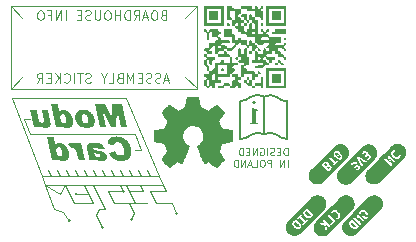
<source format=gbr>
%TF.GenerationSoftware,KiCad,Pcbnew,8.0.9-8.0.9-0~ubuntu24.04.1*%
%TF.CreationDate,2025-04-19T18:55:16+00:00*%
%TF.ProjectId,base-module,62617365-2d6d-46f6-9475-6c652e6b6963,1.0.1*%
%TF.SameCoordinates,Original*%
%TF.FileFunction,Legend,Bot*%
%TF.FilePolarity,Positive*%
%FSLAX46Y46*%
G04 Gerber Fmt 4.6, Leading zero omitted, Abs format (unit mm)*
G04 Created by KiCad (PCBNEW 8.0.9-8.0.9-0~ubuntu24.04.1) date 2025-04-19 18:55:16*
%MOMM*%
%LPD*%
G01*
G04 APERTURE LIST*
%ADD10C,0.100000*%
%ADD11C,0.200000*%
%ADD12C,0.400000*%
%ADD13C,0.000000*%
%ADD14C,0.120000*%
%ADD15C,0.010000*%
G04 APERTURE END LIST*
D10*
X110673167Y-122082759D02*
X109403167Y-122082759D01*
X111431119Y-124475403D02*
G75*
G02*
X111243977Y-124475403I-93571J0D01*
G01*
X111243977Y-124475403D02*
G75*
G02*
X111431119Y-124475403I93571J0D01*
G01*
X105720167Y-121574759D02*
X105339167Y-122336759D01*
X104069167Y-121594858D02*
X104829887Y-123584610D01*
X101223250Y-114237001D02*
X103763250Y-120841001D01*
X110419167Y-121574759D02*
X110673167Y-122082759D01*
X107371167Y-121574759D02*
X108133167Y-123098759D01*
X109911167Y-123098759D02*
X111181167Y-123098759D01*
X114302033Y-122089869D02*
X112959167Y-122082759D01*
D11*
X121445151Y-114097059D02*
G75*
G02*
X120541969Y-114452681I-880051J910359D01*
G01*
D10*
X113467835Y-123100168D02*
X114739629Y-123098118D01*
X114036777Y-121574883D02*
X114302033Y-122089869D01*
X110766738Y-122082759D02*
G75*
G02*
X110579596Y-122082759I-93571J0D01*
G01*
X110579596Y-122082759D02*
G75*
G02*
X110766738Y-122082759I93571J0D01*
G01*
X107752167Y-122336759D02*
X106635880Y-122336759D01*
X104059878Y-121576282D02*
X114036777Y-121574883D01*
X115247629Y-123953689D02*
G75*
G02*
X115060487Y-123953689I-93571J0D01*
G01*
X115060487Y-123953689D02*
G75*
G02*
X115247629Y-123953689I93571J0D01*
G01*
X108133167Y-121574759D02*
X108895167Y-123098759D01*
X115870000Y-107385001D02*
X116870000Y-106385001D01*
X102810750Y-117285001D02*
X111129250Y-117285001D01*
X108843250Y-120841001D02*
X110113250Y-120841001D01*
X112959167Y-122082759D02*
X113467835Y-123100168D01*
D11*
X121464552Y-117306878D02*
G75*
G02*
X122568255Y-117273806I578348J-867722D01*
G01*
D10*
X111595596Y-123954330D02*
X111181167Y-123098759D01*
D11*
X122553110Y-117273028D02*
G75*
G02*
X123656836Y-117306079I525390J-900572D01*
G01*
X122553110Y-117273028D02*
X122570000Y-114085001D01*
X121434629Y-114097246D02*
G75*
G02*
X122538346Y-114064148I578371J-867554D01*
G01*
D10*
X109097250Y-120841001D02*
X108843250Y-120333001D01*
D11*
X124534310Y-117654027D02*
X124544936Y-114470564D01*
D10*
X101109026Y-106391940D02*
X116909025Y-106391940D01*
X116909025Y-113391940D01*
X101109026Y-113391940D01*
X101109026Y-106391940D01*
X112145250Y-120841001D02*
X111764250Y-120841001D01*
X108641167Y-123606759D02*
X108387167Y-124114759D01*
X112186119Y-118561051D02*
X111691028Y-118558852D01*
X112907250Y-120841001D02*
X112653250Y-120333001D01*
X102109026Y-107391940D02*
X101109026Y-106391940D01*
X107573250Y-120841001D02*
X107319250Y-120333001D01*
X111383250Y-120841001D02*
X111129250Y-120333001D01*
X111689167Y-123098759D02*
X112705167Y-123098759D01*
X112145250Y-120841001D02*
X113415250Y-120841001D01*
D11*
X124544936Y-114470564D02*
G75*
G02*
X123646333Y-114111467I-10436J1277764D01*
G01*
D10*
X115154058Y-123953689D02*
X114739629Y-123098118D01*
X108133167Y-123098759D02*
X106482167Y-123098759D01*
D11*
X121476113Y-117307766D02*
G75*
G02*
X120529419Y-117662263I-880913J911166D01*
G01*
D10*
X111591548Y-123967403D02*
X111337548Y-124475403D01*
D11*
X122570000Y-114085001D02*
G75*
G02*
X123646321Y-114111473I516700J-885799D01*
G01*
D10*
X104525250Y-120841001D02*
X104271250Y-120333001D01*
X113669250Y-120841001D02*
X114036777Y-121574883D01*
X102227663Y-116003414D02*
X102722754Y-116005613D01*
X105287250Y-120841001D02*
X105033250Y-120333001D01*
X104829887Y-123584610D02*
X105591887Y-123838610D01*
X104059878Y-121576282D02*
X103763250Y-120841001D01*
X102109585Y-112391381D02*
X101109026Y-113391940D01*
X107065250Y-120841001D02*
X105795250Y-120841001D01*
X112324167Y-122082759D02*
X111181167Y-122082759D01*
X110621250Y-120841001D02*
X110367250Y-120333001D01*
X105339167Y-122336759D02*
X104069167Y-121594858D01*
X108589250Y-120841001D02*
X107065250Y-120841001D01*
X115870000Y-112385001D02*
X116870000Y-113385001D01*
X108988738Y-125130759D02*
G75*
G02*
X108801596Y-125130759I-93571J0D01*
G01*
X108801596Y-125130759D02*
G75*
G02*
X108988738Y-125130759I93571J0D01*
G01*
D11*
X120529418Y-117662875D02*
X120541970Y-114452649D01*
D10*
X106193458Y-124600610D02*
G75*
G02*
X106006316Y-124600610I-93571J0D01*
G01*
X106006316Y-124600610D02*
G75*
G02*
X106193458Y-124600610I93571J0D01*
G01*
X112145250Y-120841001D02*
X111891250Y-120333001D01*
X112070167Y-121574759D02*
X112324167Y-122082759D01*
X109403167Y-122082759D02*
X109909373Y-123100809D01*
X109859250Y-120841001D02*
X109605250Y-120333001D01*
X108895167Y-123098759D02*
X109149167Y-123606759D01*
X113669250Y-120841001D02*
X110875250Y-114237001D01*
X108843250Y-120841001D02*
X108589250Y-120841001D01*
X109149167Y-123606759D02*
X108641167Y-123606759D01*
X106729451Y-122336759D02*
G75*
G02*
X106542309Y-122336759I-93571J0D01*
G01*
X106542309Y-122336759D02*
G75*
G02*
X106729451Y-122336759I93571J0D01*
G01*
X108387167Y-124114759D02*
X108895167Y-125130759D01*
X108335250Y-120841001D02*
X108081250Y-120333001D01*
X106049250Y-120841001D02*
X105795250Y-120333001D01*
X106811250Y-120841001D02*
X106557250Y-120333001D01*
X111181167Y-123098759D02*
X111689167Y-123098759D01*
X111181167Y-122082759D02*
X111687373Y-123100809D01*
X105591887Y-123838610D02*
X106099887Y-124600610D01*
X110875250Y-114237001D02*
X101223250Y-114237001D01*
X102227663Y-116003414D02*
X102747250Y-117285001D01*
X110927167Y-121574759D02*
X111181167Y-122082759D01*
X112186119Y-118561051D02*
X111666532Y-117279464D01*
X105720167Y-121574759D02*
X106482167Y-123098759D01*
X111129250Y-117285001D02*
X111666532Y-117279464D01*
D11*
X124534310Y-117654027D02*
G75*
G02*
X123651633Y-117300399I-8010J1258427D01*
G01*
D10*
X103763250Y-120841001D02*
X113669250Y-120841001D01*
D11*
G36*
X109954905Y-118672160D02*
G01*
X109454695Y-118829941D01*
X109500964Y-118925741D01*
X109551721Y-119014388D01*
X109606966Y-119095883D01*
X109675598Y-119180261D01*
X109702846Y-119209495D01*
X109778897Y-119280813D01*
X109860016Y-119342851D01*
X109946204Y-119395608D01*
X110037459Y-119439083D01*
X110135858Y-119472849D01*
X110243966Y-119496968D01*
X110346525Y-119510158D01*
X110456517Y-119515962D01*
X110489308Y-119516264D01*
X110604850Y-119512949D01*
X110710775Y-119503006D01*
X110807083Y-119486434D01*
X110907288Y-119458721D01*
X110994402Y-119421986D01*
X111081109Y-119365657D01*
X111157068Y-119291438D01*
X111214717Y-119211820D01*
X111264138Y-119118505D01*
X111276747Y-119089327D01*
X111307401Y-118995263D01*
X111325725Y-118891857D01*
X111331719Y-118779108D01*
X111327294Y-118678015D01*
X111314307Y-118570433D01*
X111297752Y-118479697D01*
X111268786Y-118359568D01*
X111233180Y-118246598D01*
X111190934Y-118140787D01*
X111142047Y-118042136D01*
X111086520Y-117950644D01*
X111024353Y-117866312D01*
X110955545Y-117789138D01*
X110880097Y-117719125D01*
X110798703Y-117656728D01*
X110712302Y-117602651D01*
X110620894Y-117556894D01*
X110524479Y-117519456D01*
X110423057Y-117490338D01*
X110316628Y-117469539D01*
X110205193Y-117457060D01*
X110088750Y-117452900D01*
X109977104Y-117456669D01*
X109874808Y-117467974D01*
X109764395Y-117491490D01*
X109667446Y-117525860D01*
X109571356Y-117579675D01*
X109535784Y-117607261D01*
X109463583Y-117682719D01*
X109405126Y-117774024D01*
X109365959Y-117864900D01*
X109336890Y-117967419D01*
X109317919Y-118081581D01*
X109880166Y-118203214D01*
X109898249Y-118104359D01*
X109911918Y-118069369D01*
X109972195Y-117990499D01*
X110014012Y-117960437D01*
X110106366Y-117927273D01*
X110171304Y-117921846D01*
X110270986Y-117932257D01*
X110373858Y-117968858D01*
X110457061Y-118023515D01*
X110523502Y-118088420D01*
X110580290Y-118169104D01*
X110623697Y-118259574D01*
X110656218Y-118353210D01*
X110683643Y-118460356D01*
X110687145Y-118476766D01*
X110704905Y-118574022D01*
X110717087Y-118677474D01*
X110718709Y-118779892D01*
X110700875Y-118882653D01*
X110681283Y-118925684D01*
X110610689Y-118999804D01*
X110519788Y-119037696D01*
X110426782Y-119047317D01*
X110323876Y-119037967D01*
X110225445Y-119006084D01*
X110142483Y-118951574D01*
X110070951Y-118875140D01*
X110012332Y-118787824D01*
X109964797Y-118694718D01*
X109954905Y-118672160D01*
G37*
G36*
X108354397Y-117986420D02*
G01*
X108454643Y-117994486D01*
X108559790Y-118010262D01*
X108593297Y-118017078D01*
X108691020Y-118043974D01*
X108782539Y-118084024D01*
X108818548Y-118105075D01*
X108902014Y-118165391D01*
X108975491Y-118239362D01*
X109020657Y-118301720D01*
X109071581Y-118393678D01*
X109111290Y-118484582D01*
X108601799Y-118547108D01*
X108560606Y-118479376D01*
X108487982Y-118407401D01*
X108473009Y-118398846D01*
X108376181Y-118367430D01*
X108276468Y-118359529D01*
X108228474Y-118362155D01*
X108138715Y-118401539D01*
X108121072Y-118445595D01*
X108127480Y-118547108D01*
X108141224Y-118551995D01*
X108234336Y-118582890D01*
X108334109Y-118611100D01*
X108340343Y-118612662D01*
X108437813Y-118634570D01*
X108541983Y-118655941D01*
X108638503Y-118674975D01*
X108750788Y-118696585D01*
X108860679Y-118721121D01*
X108956125Y-118750707D01*
X109047518Y-118790702D01*
X109135226Y-118849969D01*
X109205620Y-118927526D01*
X109256273Y-119018474D01*
X109285191Y-119112774D01*
X109293196Y-119214288D01*
X109269713Y-119313611D01*
X109212407Y-119400004D01*
X109149178Y-119450868D01*
X109055931Y-119490718D01*
X108953387Y-119510700D01*
X108848485Y-119516264D01*
X108801033Y-119515317D01*
X108698229Y-119506267D01*
X108600912Y-119487634D01*
X108499217Y-119455691D01*
X108418009Y-119417023D01*
X108333567Y-119364156D01*
X108253998Y-119303772D01*
X108254486Y-119398050D01*
X108232016Y-119485001D01*
X107719106Y-119485001D01*
X107730715Y-119436207D01*
X107743530Y-119335035D01*
X107739158Y-119270206D01*
X107722525Y-119172858D01*
X107650898Y-118828476D01*
X108186098Y-118828476D01*
X108202707Y-118909076D01*
X108221002Y-118975136D01*
X108267675Y-119062949D01*
X108315133Y-119110874D01*
X108400055Y-119162600D01*
X108476978Y-119190650D01*
X108578352Y-119203633D01*
X108609373Y-119202310D01*
X108702916Y-119166019D01*
X108705188Y-119163617D01*
X108727829Y-119068322D01*
X108723268Y-119052263D01*
X108662372Y-118975021D01*
X108628544Y-118955146D01*
X108532320Y-118919924D01*
X108434737Y-118894421D01*
X108386852Y-118883322D01*
X108285105Y-118857269D01*
X108186098Y-118828476D01*
X107650898Y-118828476D01*
X107587703Y-118524638D01*
X107584008Y-118505130D01*
X107575579Y-118404888D01*
X107582818Y-118307261D01*
X107605111Y-118217248D01*
X107656580Y-118130918D01*
X107694667Y-118094540D01*
X107781525Y-118042609D01*
X107880306Y-118012705D01*
X107958311Y-118000309D01*
X108061467Y-117990598D01*
X108166850Y-117985728D01*
X108269629Y-117984372D01*
X108354397Y-117986420D01*
G37*
G36*
X107118757Y-118015636D02*
G01*
X106606335Y-118015636D01*
X106656649Y-118257924D01*
X106598024Y-118177725D01*
X106529834Y-118100693D01*
X106459790Y-118042991D01*
X106369136Y-118000916D01*
X106267534Y-117984601D01*
X106253160Y-117984372D01*
X106153918Y-117996868D01*
X106060163Y-118030585D01*
X106004521Y-118060088D01*
X106257068Y-118463577D01*
X106350696Y-118428908D01*
X106401660Y-118422056D01*
X106502044Y-118444892D01*
X106582400Y-118507782D01*
X106587284Y-118513402D01*
X106646919Y-118603129D01*
X106689134Y-118697439D01*
X106722416Y-118795356D01*
X106753018Y-118909038D01*
X106771932Y-118993584D01*
X106874025Y-119485001D01*
X107424060Y-119485001D01*
X107118757Y-118015636D01*
G37*
G36*
X104888820Y-118142153D02*
G01*
X104961116Y-118073033D01*
X105049043Y-118023940D01*
X105073482Y-118014666D01*
X105174104Y-117990903D01*
X105272769Y-117984372D01*
X105369135Y-117991173D01*
X105476959Y-118016298D01*
X105579828Y-118059935D01*
X105664058Y-118112073D01*
X105744647Y-118177813D01*
X105807007Y-118242296D01*
X105873182Y-118330727D01*
X105929911Y-118431214D01*
X105969970Y-118524162D01*
X106003470Y-118625483D01*
X106030411Y-118735175D01*
X106038217Y-118775519D01*
X106051772Y-118873023D01*
X106056798Y-118983699D01*
X106049562Y-119087472D01*
X106030065Y-119184341D01*
X105991820Y-119288629D01*
X105954022Y-119354208D01*
X105885918Y-119427344D01*
X105800096Y-119478695D01*
X105696556Y-119508261D01*
X105593704Y-119516264D01*
X105522111Y-119512630D01*
X105418269Y-119493557D01*
X105318687Y-119458134D01*
X105246971Y-119418212D01*
X105166827Y-119358895D01*
X105086656Y-119288141D01*
X105127689Y-119485001D01*
X104615756Y-119485001D01*
X104440102Y-118640543D01*
X104993720Y-118640543D01*
X105008987Y-118741037D01*
X105014721Y-118767135D01*
X105041206Y-118862252D01*
X105082298Y-118960283D01*
X105143321Y-119047317D01*
X105154554Y-119058675D01*
X105236499Y-119117659D01*
X105337250Y-119141107D01*
X105413345Y-119123342D01*
X105482330Y-119048294D01*
X105505067Y-118963275D01*
X105504065Y-118858909D01*
X105487703Y-118754714D01*
X105481996Y-118728510D01*
X105456152Y-118633270D01*
X105417063Y-118535774D01*
X105360208Y-118450388D01*
X105279322Y-118385172D01*
X105181423Y-118359529D01*
X105091857Y-118380352D01*
X105020711Y-118454296D01*
X104994790Y-118538811D01*
X104993720Y-118640543D01*
X104440102Y-118640543D01*
X104199566Y-117484163D01*
X104752044Y-117484163D01*
X104888820Y-118142153D01*
G37*
D10*
X114490855Y-112660263D02*
X114109902Y-112660263D01*
X114567045Y-112888835D02*
X114300378Y-112088835D01*
X114300378Y-112088835D02*
X114033712Y-112888835D01*
X113805141Y-112850740D02*
X113690855Y-112888835D01*
X113690855Y-112888835D02*
X113500379Y-112888835D01*
X113500379Y-112888835D02*
X113424188Y-112850740D01*
X113424188Y-112850740D02*
X113386093Y-112812644D01*
X113386093Y-112812644D02*
X113347998Y-112736454D01*
X113347998Y-112736454D02*
X113347998Y-112660263D01*
X113347998Y-112660263D02*
X113386093Y-112584073D01*
X113386093Y-112584073D02*
X113424188Y-112545978D01*
X113424188Y-112545978D02*
X113500379Y-112507882D01*
X113500379Y-112507882D02*
X113652760Y-112469787D01*
X113652760Y-112469787D02*
X113728950Y-112431692D01*
X113728950Y-112431692D02*
X113767045Y-112393597D01*
X113767045Y-112393597D02*
X113805141Y-112317406D01*
X113805141Y-112317406D02*
X113805141Y-112241216D01*
X113805141Y-112241216D02*
X113767045Y-112165025D01*
X113767045Y-112165025D02*
X113728950Y-112126930D01*
X113728950Y-112126930D02*
X113652760Y-112088835D01*
X113652760Y-112088835D02*
X113462283Y-112088835D01*
X113462283Y-112088835D02*
X113347998Y-112126930D01*
X113043236Y-112850740D02*
X112928950Y-112888835D01*
X112928950Y-112888835D02*
X112738474Y-112888835D01*
X112738474Y-112888835D02*
X112662283Y-112850740D01*
X112662283Y-112850740D02*
X112624188Y-112812644D01*
X112624188Y-112812644D02*
X112586093Y-112736454D01*
X112586093Y-112736454D02*
X112586093Y-112660263D01*
X112586093Y-112660263D02*
X112624188Y-112584073D01*
X112624188Y-112584073D02*
X112662283Y-112545978D01*
X112662283Y-112545978D02*
X112738474Y-112507882D01*
X112738474Y-112507882D02*
X112890855Y-112469787D01*
X112890855Y-112469787D02*
X112967045Y-112431692D01*
X112967045Y-112431692D02*
X113005140Y-112393597D01*
X113005140Y-112393597D02*
X113043236Y-112317406D01*
X113043236Y-112317406D02*
X113043236Y-112241216D01*
X113043236Y-112241216D02*
X113005140Y-112165025D01*
X113005140Y-112165025D02*
X112967045Y-112126930D01*
X112967045Y-112126930D02*
X112890855Y-112088835D01*
X112890855Y-112088835D02*
X112700378Y-112088835D01*
X112700378Y-112088835D02*
X112586093Y-112126930D01*
X112243235Y-112469787D02*
X111976569Y-112469787D01*
X111862283Y-112888835D02*
X112243235Y-112888835D01*
X112243235Y-112888835D02*
X112243235Y-112088835D01*
X112243235Y-112088835D02*
X111862283Y-112088835D01*
X111519425Y-112888835D02*
X111519425Y-112088835D01*
X111519425Y-112088835D02*
X111252759Y-112660263D01*
X111252759Y-112660263D02*
X110986092Y-112088835D01*
X110986092Y-112088835D02*
X110986092Y-112888835D01*
X110338473Y-112469787D02*
X110224187Y-112507882D01*
X110224187Y-112507882D02*
X110186092Y-112545978D01*
X110186092Y-112545978D02*
X110147996Y-112622168D01*
X110147996Y-112622168D02*
X110147996Y-112736454D01*
X110147996Y-112736454D02*
X110186092Y-112812644D01*
X110186092Y-112812644D02*
X110224187Y-112850740D01*
X110224187Y-112850740D02*
X110300377Y-112888835D01*
X110300377Y-112888835D02*
X110605139Y-112888835D01*
X110605139Y-112888835D02*
X110605139Y-112088835D01*
X110605139Y-112088835D02*
X110338473Y-112088835D01*
X110338473Y-112088835D02*
X110262282Y-112126930D01*
X110262282Y-112126930D02*
X110224187Y-112165025D01*
X110224187Y-112165025D02*
X110186092Y-112241216D01*
X110186092Y-112241216D02*
X110186092Y-112317406D01*
X110186092Y-112317406D02*
X110224187Y-112393597D01*
X110224187Y-112393597D02*
X110262282Y-112431692D01*
X110262282Y-112431692D02*
X110338473Y-112469787D01*
X110338473Y-112469787D02*
X110605139Y-112469787D01*
X109424187Y-112888835D02*
X109805139Y-112888835D01*
X109805139Y-112888835D02*
X109805139Y-112088835D01*
X109005139Y-112507882D02*
X109005139Y-112888835D01*
X109271806Y-112088835D02*
X109005139Y-112507882D01*
X109005139Y-112507882D02*
X108738473Y-112088835D01*
X107900378Y-112850740D02*
X107786092Y-112888835D01*
X107786092Y-112888835D02*
X107595616Y-112888835D01*
X107595616Y-112888835D02*
X107519425Y-112850740D01*
X107519425Y-112850740D02*
X107481330Y-112812644D01*
X107481330Y-112812644D02*
X107443235Y-112736454D01*
X107443235Y-112736454D02*
X107443235Y-112660263D01*
X107443235Y-112660263D02*
X107481330Y-112584073D01*
X107481330Y-112584073D02*
X107519425Y-112545978D01*
X107519425Y-112545978D02*
X107595616Y-112507882D01*
X107595616Y-112507882D02*
X107747997Y-112469787D01*
X107747997Y-112469787D02*
X107824187Y-112431692D01*
X107824187Y-112431692D02*
X107862282Y-112393597D01*
X107862282Y-112393597D02*
X107900378Y-112317406D01*
X107900378Y-112317406D02*
X107900378Y-112241216D01*
X107900378Y-112241216D02*
X107862282Y-112165025D01*
X107862282Y-112165025D02*
X107824187Y-112126930D01*
X107824187Y-112126930D02*
X107747997Y-112088835D01*
X107747997Y-112088835D02*
X107557520Y-112088835D01*
X107557520Y-112088835D02*
X107443235Y-112126930D01*
X107214663Y-112088835D02*
X106757520Y-112088835D01*
X106986092Y-112888835D02*
X106986092Y-112088835D01*
X106490853Y-112888835D02*
X106490853Y-112088835D01*
X105652758Y-112812644D02*
X105690854Y-112850740D01*
X105690854Y-112850740D02*
X105805139Y-112888835D01*
X105805139Y-112888835D02*
X105881330Y-112888835D01*
X105881330Y-112888835D02*
X105995616Y-112850740D01*
X105995616Y-112850740D02*
X106071806Y-112774549D01*
X106071806Y-112774549D02*
X106109901Y-112698359D01*
X106109901Y-112698359D02*
X106147997Y-112545978D01*
X106147997Y-112545978D02*
X106147997Y-112431692D01*
X106147997Y-112431692D02*
X106109901Y-112279311D01*
X106109901Y-112279311D02*
X106071806Y-112203120D01*
X106071806Y-112203120D02*
X105995616Y-112126930D01*
X105995616Y-112126930D02*
X105881330Y-112088835D01*
X105881330Y-112088835D02*
X105805139Y-112088835D01*
X105805139Y-112088835D02*
X105690854Y-112126930D01*
X105690854Y-112126930D02*
X105652758Y-112165025D01*
X105309901Y-112888835D02*
X105309901Y-112088835D01*
X104852758Y-112888835D02*
X105195616Y-112431692D01*
X104852758Y-112088835D02*
X105309901Y-112545978D01*
X104509901Y-112469787D02*
X104243235Y-112469787D01*
X104128949Y-112888835D02*
X104509901Y-112888835D01*
X104509901Y-112888835D02*
X104509901Y-112088835D01*
X104509901Y-112088835D02*
X104128949Y-112088835D01*
X103328948Y-112888835D02*
X103595615Y-112507882D01*
X103786091Y-112888835D02*
X103786091Y-112088835D01*
X103786091Y-112088835D02*
X103481329Y-112088835D01*
X103481329Y-112088835D02*
X103405139Y-112126930D01*
X103405139Y-112126930D02*
X103367044Y-112165025D01*
X103367044Y-112165025D02*
X103328948Y-112241216D01*
X103328948Y-112241216D02*
X103328948Y-112355501D01*
X103328948Y-112355501D02*
X103367044Y-112431692D01*
X103367044Y-112431692D02*
X103405139Y-112469787D01*
X103405139Y-112469787D02*
X103481329Y-112507882D01*
X103481329Y-112507882D02*
X103786091Y-112507882D01*
D11*
G36*
X110518154Y-114690163D02*
G01*
X109717526Y-114690163D01*
X109660373Y-115902585D01*
X109100568Y-114690163D01*
X108301894Y-114690163D01*
X108718084Y-116691001D01*
X109215851Y-116691001D01*
X108896381Y-115155201D01*
X109601266Y-116691001D01*
X110051162Y-116691001D01*
X110116619Y-115155201D01*
X110436088Y-116691001D01*
X110934344Y-116691001D01*
X110518154Y-114690163D01*
G37*
G36*
X107307887Y-115191222D02*
G01*
X107420315Y-115200774D01*
X107527400Y-115220941D01*
X107629143Y-115251722D01*
X107725542Y-115293117D01*
X107816599Y-115345126D01*
X107902313Y-115407749D01*
X107934706Y-115435380D01*
X108009009Y-115508484D01*
X108073771Y-115587336D01*
X108128993Y-115671936D01*
X108174674Y-115762284D01*
X108210815Y-115858381D01*
X108237414Y-115960226D01*
X108248886Y-116026605D01*
X108256709Y-116131837D01*
X108247459Y-116249205D01*
X108217875Y-116356853D01*
X108167958Y-116454781D01*
X108097707Y-116542989D01*
X108075187Y-116564698D01*
X107985969Y-116629650D01*
X107896622Y-116671668D01*
X107795391Y-116701080D01*
X107682276Y-116717887D01*
X107578935Y-116722264D01*
X107531178Y-116721420D01*
X107415993Y-116711932D01*
X107306818Y-116691901D01*
X107203654Y-116661328D01*
X107106501Y-116620212D01*
X107015358Y-116568554D01*
X106930226Y-116506353D01*
X106898068Y-116478887D01*
X106824268Y-116406048D01*
X106759890Y-116327247D01*
X106704933Y-116242482D01*
X106659397Y-116151754D01*
X106623283Y-116055064D01*
X106596591Y-115952410D01*
X106581822Y-115860702D01*
X106581219Y-115848491D01*
X107130570Y-115848491D01*
X107145649Y-115949968D01*
X107151228Y-115975594D01*
X107181436Y-116079862D01*
X107224789Y-116174506D01*
X107284379Y-116252829D01*
X107308665Y-116274925D01*
X107399199Y-116329061D01*
X107498335Y-116347107D01*
X107505604Y-116347013D01*
X107600551Y-116323171D01*
X107672725Y-116251363D01*
X107701713Y-116164924D01*
X107703907Y-116059981D01*
X107688356Y-115955830D01*
X107683006Y-115931556D01*
X107653451Y-115832101D01*
X107610097Y-115740357D01*
X107549626Y-115662250D01*
X107518419Y-115634386D01*
X107432367Y-115584042D01*
X107331762Y-115565529D01*
X107232965Y-115589343D01*
X107162257Y-115660784D01*
X107133131Y-115745872D01*
X107130570Y-115848491D01*
X106581219Y-115848491D01*
X106576693Y-115756792D01*
X106588073Y-115644029D01*
X106618153Y-115540382D01*
X106666933Y-115445850D01*
X106677540Y-115430133D01*
X106751980Y-115346304D01*
X106844934Y-115280438D01*
X106936537Y-115239273D01*
X107040996Y-115210581D01*
X107158311Y-115194364D01*
X107261420Y-115190372D01*
X107307887Y-115191222D01*
G37*
G36*
X105226877Y-115348153D02*
G01*
X105299173Y-115279033D01*
X105387100Y-115229940D01*
X105411540Y-115220666D01*
X105512161Y-115196903D01*
X105610827Y-115190372D01*
X105707192Y-115197173D01*
X105815016Y-115222298D01*
X105917886Y-115265935D01*
X106002115Y-115318073D01*
X106082704Y-115383813D01*
X106145064Y-115448296D01*
X106211239Y-115536727D01*
X106267968Y-115637214D01*
X106308027Y-115730162D01*
X106341527Y-115831483D01*
X106368468Y-115941175D01*
X106376274Y-115981519D01*
X106389829Y-116079023D01*
X106394855Y-116189699D01*
X106387620Y-116293472D01*
X106368122Y-116390341D01*
X106329878Y-116494629D01*
X106292080Y-116560208D01*
X106223975Y-116633344D01*
X106138153Y-116684695D01*
X106034613Y-116714261D01*
X105931762Y-116722264D01*
X105860168Y-116718630D01*
X105756327Y-116699557D01*
X105656744Y-116664134D01*
X105585028Y-116624212D01*
X105504884Y-116564895D01*
X105424714Y-116494141D01*
X105465746Y-116691001D01*
X104953813Y-116691001D01*
X104778160Y-115846543D01*
X105331777Y-115846543D01*
X105347044Y-115947037D01*
X105352778Y-115973135D01*
X105379263Y-116068252D01*
X105420355Y-116166283D01*
X105481378Y-116253317D01*
X105492611Y-116264675D01*
X105574557Y-116323659D01*
X105675307Y-116347107D01*
X105751402Y-116329342D01*
X105820387Y-116254294D01*
X105843124Y-116169275D01*
X105842122Y-116064909D01*
X105825760Y-115960714D01*
X105820053Y-115934510D01*
X105794209Y-115839270D01*
X105755121Y-115741774D01*
X105698266Y-115656388D01*
X105617379Y-115591172D01*
X105519480Y-115565529D01*
X105429914Y-115586352D01*
X105358768Y-115660296D01*
X105332848Y-115744811D01*
X105331777Y-115846543D01*
X104778160Y-115846543D01*
X104537624Y-114690163D01*
X105090101Y-114690163D01*
X105226877Y-115348153D01*
G37*
G36*
X103086333Y-116691001D02*
G01*
X103597289Y-116691001D01*
X103547952Y-116453108D01*
X103619270Y-116520672D01*
X103697169Y-116584200D01*
X103780822Y-116639288D01*
X103821504Y-116660714D01*
X103914676Y-116695757D01*
X104017547Y-116716253D01*
X104119480Y-116722264D01*
X104224443Y-116713593D01*
X104323696Y-116683110D01*
X104410593Y-116623500D01*
X104444811Y-116583534D01*
X104487994Y-116493399D01*
X104505228Y-116393428D01*
X104503979Y-116290625D01*
X104490779Y-116191123D01*
X104483890Y-116155620D01*
X104289961Y-115221636D01*
X103740415Y-115221636D01*
X103908454Y-116030079D01*
X103920907Y-116129179D01*
X103899661Y-116226451D01*
X103813840Y-116280947D01*
X103772166Y-116284580D01*
X103673359Y-116262798D01*
X103595335Y-116207400D01*
X103537562Y-116123977D01*
X103501460Y-116032157D01*
X103475167Y-115928963D01*
X103328133Y-115221636D01*
X102781029Y-115221636D01*
X103086333Y-116691001D01*
G37*
D12*
G36*
X121589185Y-115061829D02*
G01*
X121589185Y-116111829D01*
X121580392Y-116245186D01*
X121552548Y-116306002D01*
X121502723Y-116325053D01*
X121397210Y-116327984D01*
X121397210Y-116421774D01*
X122058131Y-116421774D01*
X122058131Y-116327984D01*
X121941627Y-116319924D01*
X121892534Y-116290615D01*
X121872018Y-116224670D01*
X121866889Y-116107433D01*
X121866889Y-115607712D01*
X121869160Y-115458687D01*
X121871285Y-115415004D01*
X121883741Y-115316086D01*
X121904258Y-115281648D01*
X121942360Y-115275786D01*
X121979729Y-115280915D01*
X122047140Y-115302164D01*
X122086707Y-115212771D01*
X121678577Y-115061829D01*
X121589185Y-115061829D01*
G37*
G36*
X121727670Y-114405305D02*
G01*
X121611899Y-114452932D01*
X121564272Y-114569436D01*
X121611166Y-114685207D01*
X121727670Y-114733567D01*
X121844907Y-114685207D01*
X121891801Y-114569436D01*
X121844907Y-114452932D01*
X121727670Y-114405305D01*
G37*
D10*
X114047068Y-107162848D02*
X113932782Y-107200943D01*
X113932782Y-107200943D02*
X113894687Y-107239039D01*
X113894687Y-107239039D02*
X113856591Y-107315229D01*
X113856591Y-107315229D02*
X113856591Y-107429515D01*
X113856591Y-107429515D02*
X113894687Y-107505705D01*
X113894687Y-107505705D02*
X113932782Y-107543801D01*
X113932782Y-107543801D02*
X114008972Y-107581896D01*
X114008972Y-107581896D02*
X114313734Y-107581896D01*
X114313734Y-107581896D02*
X114313734Y-106781896D01*
X114313734Y-106781896D02*
X114047068Y-106781896D01*
X114047068Y-106781896D02*
X113970877Y-106819991D01*
X113970877Y-106819991D02*
X113932782Y-106858086D01*
X113932782Y-106858086D02*
X113894687Y-106934277D01*
X113894687Y-106934277D02*
X113894687Y-107010467D01*
X113894687Y-107010467D02*
X113932782Y-107086658D01*
X113932782Y-107086658D02*
X113970877Y-107124753D01*
X113970877Y-107124753D02*
X114047068Y-107162848D01*
X114047068Y-107162848D02*
X114313734Y-107162848D01*
X113361353Y-106781896D02*
X113208972Y-106781896D01*
X113208972Y-106781896D02*
X113132782Y-106819991D01*
X113132782Y-106819991D02*
X113056591Y-106896181D01*
X113056591Y-106896181D02*
X113018496Y-107048562D01*
X113018496Y-107048562D02*
X113018496Y-107315229D01*
X113018496Y-107315229D02*
X113056591Y-107467610D01*
X113056591Y-107467610D02*
X113132782Y-107543801D01*
X113132782Y-107543801D02*
X113208972Y-107581896D01*
X113208972Y-107581896D02*
X113361353Y-107581896D01*
X113361353Y-107581896D02*
X113437544Y-107543801D01*
X113437544Y-107543801D02*
X113513734Y-107467610D01*
X113513734Y-107467610D02*
X113551830Y-107315229D01*
X113551830Y-107315229D02*
X113551830Y-107048562D01*
X113551830Y-107048562D02*
X113513734Y-106896181D01*
X113513734Y-106896181D02*
X113437544Y-106819991D01*
X113437544Y-106819991D02*
X113361353Y-106781896D01*
X112713735Y-107353324D02*
X112332782Y-107353324D01*
X112789925Y-107581896D02*
X112523258Y-106781896D01*
X112523258Y-106781896D02*
X112256592Y-107581896D01*
X111532782Y-107581896D02*
X111799449Y-107200943D01*
X111989925Y-107581896D02*
X111989925Y-106781896D01*
X111989925Y-106781896D02*
X111685163Y-106781896D01*
X111685163Y-106781896D02*
X111608973Y-106819991D01*
X111608973Y-106819991D02*
X111570878Y-106858086D01*
X111570878Y-106858086D02*
X111532782Y-106934277D01*
X111532782Y-106934277D02*
X111532782Y-107048562D01*
X111532782Y-107048562D02*
X111570878Y-107124753D01*
X111570878Y-107124753D02*
X111608973Y-107162848D01*
X111608973Y-107162848D02*
X111685163Y-107200943D01*
X111685163Y-107200943D02*
X111989925Y-107200943D01*
X111189925Y-107581896D02*
X111189925Y-106781896D01*
X111189925Y-106781896D02*
X110999449Y-106781896D01*
X110999449Y-106781896D02*
X110885163Y-106819991D01*
X110885163Y-106819991D02*
X110808973Y-106896181D01*
X110808973Y-106896181D02*
X110770878Y-106972372D01*
X110770878Y-106972372D02*
X110732782Y-107124753D01*
X110732782Y-107124753D02*
X110732782Y-107239039D01*
X110732782Y-107239039D02*
X110770878Y-107391420D01*
X110770878Y-107391420D02*
X110808973Y-107467610D01*
X110808973Y-107467610D02*
X110885163Y-107543801D01*
X110885163Y-107543801D02*
X110999449Y-107581896D01*
X110999449Y-107581896D02*
X111189925Y-107581896D01*
X110389925Y-107581896D02*
X110389925Y-106781896D01*
X110389925Y-107162848D02*
X109932782Y-107162848D01*
X109932782Y-107581896D02*
X109932782Y-106781896D01*
X109399449Y-106781896D02*
X109247068Y-106781896D01*
X109247068Y-106781896D02*
X109170878Y-106819991D01*
X109170878Y-106819991D02*
X109094687Y-106896181D01*
X109094687Y-106896181D02*
X109056592Y-107048562D01*
X109056592Y-107048562D02*
X109056592Y-107315229D01*
X109056592Y-107315229D02*
X109094687Y-107467610D01*
X109094687Y-107467610D02*
X109170878Y-107543801D01*
X109170878Y-107543801D02*
X109247068Y-107581896D01*
X109247068Y-107581896D02*
X109399449Y-107581896D01*
X109399449Y-107581896D02*
X109475640Y-107543801D01*
X109475640Y-107543801D02*
X109551830Y-107467610D01*
X109551830Y-107467610D02*
X109589926Y-107315229D01*
X109589926Y-107315229D02*
X109589926Y-107048562D01*
X109589926Y-107048562D02*
X109551830Y-106896181D01*
X109551830Y-106896181D02*
X109475640Y-106819991D01*
X109475640Y-106819991D02*
X109399449Y-106781896D01*
X108713735Y-106781896D02*
X108713735Y-107429515D01*
X108713735Y-107429515D02*
X108675640Y-107505705D01*
X108675640Y-107505705D02*
X108637545Y-107543801D01*
X108637545Y-107543801D02*
X108561354Y-107581896D01*
X108561354Y-107581896D02*
X108408973Y-107581896D01*
X108408973Y-107581896D02*
X108332783Y-107543801D01*
X108332783Y-107543801D02*
X108294688Y-107505705D01*
X108294688Y-107505705D02*
X108256592Y-107429515D01*
X108256592Y-107429515D02*
X108256592Y-106781896D01*
X107913736Y-107543801D02*
X107799450Y-107581896D01*
X107799450Y-107581896D02*
X107608974Y-107581896D01*
X107608974Y-107581896D02*
X107532783Y-107543801D01*
X107532783Y-107543801D02*
X107494688Y-107505705D01*
X107494688Y-107505705D02*
X107456593Y-107429515D01*
X107456593Y-107429515D02*
X107456593Y-107353324D01*
X107456593Y-107353324D02*
X107494688Y-107277134D01*
X107494688Y-107277134D02*
X107532783Y-107239039D01*
X107532783Y-107239039D02*
X107608974Y-107200943D01*
X107608974Y-107200943D02*
X107761355Y-107162848D01*
X107761355Y-107162848D02*
X107837545Y-107124753D01*
X107837545Y-107124753D02*
X107875640Y-107086658D01*
X107875640Y-107086658D02*
X107913736Y-107010467D01*
X107913736Y-107010467D02*
X107913736Y-106934277D01*
X107913736Y-106934277D02*
X107875640Y-106858086D01*
X107875640Y-106858086D02*
X107837545Y-106819991D01*
X107837545Y-106819991D02*
X107761355Y-106781896D01*
X107761355Y-106781896D02*
X107570878Y-106781896D01*
X107570878Y-106781896D02*
X107456593Y-106819991D01*
X107113735Y-107162848D02*
X106847069Y-107162848D01*
X106732783Y-107581896D02*
X107113735Y-107581896D01*
X107113735Y-107581896D02*
X107113735Y-106781896D01*
X107113735Y-106781896D02*
X106732783Y-106781896D01*
X105780401Y-107581896D02*
X105780401Y-106781896D01*
X105399449Y-107581896D02*
X105399449Y-106781896D01*
X105399449Y-106781896D02*
X104942306Y-107581896D01*
X104942306Y-107581896D02*
X104942306Y-106781896D01*
X104294688Y-107162848D02*
X104561354Y-107162848D01*
X104561354Y-107581896D02*
X104561354Y-106781896D01*
X104561354Y-106781896D02*
X104180402Y-106781896D01*
X103723259Y-106781896D02*
X103570878Y-106781896D01*
X103570878Y-106781896D02*
X103494688Y-106819991D01*
X103494688Y-106819991D02*
X103418497Y-106896181D01*
X103418497Y-106896181D02*
X103380402Y-107048562D01*
X103380402Y-107048562D02*
X103380402Y-107315229D01*
X103380402Y-107315229D02*
X103418497Y-107467610D01*
X103418497Y-107467610D02*
X103494688Y-107543801D01*
X103494688Y-107543801D02*
X103570878Y-107581896D01*
X103570878Y-107581896D02*
X103723259Y-107581896D01*
X103723259Y-107581896D02*
X103799450Y-107543801D01*
X103799450Y-107543801D02*
X103875640Y-107467610D01*
X103875640Y-107467610D02*
X103913736Y-107315229D01*
X103913736Y-107315229D02*
X103913736Y-107048562D01*
X103913736Y-107048562D02*
X103875640Y-106896181D01*
X103875640Y-106896181D02*
X103799450Y-106819991D01*
X103799450Y-106819991D02*
X103723259Y-106781896D01*
X124561353Y-119040406D02*
X124561353Y-118440406D01*
X124561353Y-118440406D02*
X124418496Y-118440406D01*
X124418496Y-118440406D02*
X124332782Y-118468977D01*
X124332782Y-118468977D02*
X124275639Y-118526120D01*
X124275639Y-118526120D02*
X124247068Y-118583263D01*
X124247068Y-118583263D02*
X124218496Y-118697549D01*
X124218496Y-118697549D02*
X124218496Y-118783263D01*
X124218496Y-118783263D02*
X124247068Y-118897549D01*
X124247068Y-118897549D02*
X124275639Y-118954692D01*
X124275639Y-118954692D02*
X124332782Y-119011835D01*
X124332782Y-119011835D02*
X124418496Y-119040406D01*
X124418496Y-119040406D02*
X124561353Y-119040406D01*
X123961353Y-118726120D02*
X123761353Y-118726120D01*
X123675639Y-119040406D02*
X123961353Y-119040406D01*
X123961353Y-119040406D02*
X123961353Y-118440406D01*
X123961353Y-118440406D02*
X123675639Y-118440406D01*
X123447068Y-119011835D02*
X123361354Y-119040406D01*
X123361354Y-119040406D02*
X123218496Y-119040406D01*
X123218496Y-119040406D02*
X123161354Y-119011835D01*
X123161354Y-119011835D02*
X123132782Y-118983263D01*
X123132782Y-118983263D02*
X123104211Y-118926120D01*
X123104211Y-118926120D02*
X123104211Y-118868977D01*
X123104211Y-118868977D02*
X123132782Y-118811835D01*
X123132782Y-118811835D02*
X123161354Y-118783263D01*
X123161354Y-118783263D02*
X123218496Y-118754692D01*
X123218496Y-118754692D02*
X123332782Y-118726120D01*
X123332782Y-118726120D02*
X123389925Y-118697549D01*
X123389925Y-118697549D02*
X123418496Y-118668977D01*
X123418496Y-118668977D02*
X123447068Y-118611835D01*
X123447068Y-118611835D02*
X123447068Y-118554692D01*
X123447068Y-118554692D02*
X123418496Y-118497549D01*
X123418496Y-118497549D02*
X123389925Y-118468977D01*
X123389925Y-118468977D02*
X123332782Y-118440406D01*
X123332782Y-118440406D02*
X123189925Y-118440406D01*
X123189925Y-118440406D02*
X123104211Y-118468977D01*
X122847067Y-119040406D02*
X122847067Y-118440406D01*
X122247068Y-118468977D02*
X122304211Y-118440406D01*
X122304211Y-118440406D02*
X122389925Y-118440406D01*
X122389925Y-118440406D02*
X122475639Y-118468977D01*
X122475639Y-118468977D02*
X122532782Y-118526120D01*
X122532782Y-118526120D02*
X122561353Y-118583263D01*
X122561353Y-118583263D02*
X122589925Y-118697549D01*
X122589925Y-118697549D02*
X122589925Y-118783263D01*
X122589925Y-118783263D02*
X122561353Y-118897549D01*
X122561353Y-118897549D02*
X122532782Y-118954692D01*
X122532782Y-118954692D02*
X122475639Y-119011835D01*
X122475639Y-119011835D02*
X122389925Y-119040406D01*
X122389925Y-119040406D02*
X122332782Y-119040406D01*
X122332782Y-119040406D02*
X122247068Y-119011835D01*
X122247068Y-119011835D02*
X122218496Y-118983263D01*
X122218496Y-118983263D02*
X122218496Y-118783263D01*
X122218496Y-118783263D02*
X122332782Y-118783263D01*
X121961353Y-119040406D02*
X121961353Y-118440406D01*
X121961353Y-118440406D02*
X121618496Y-119040406D01*
X121618496Y-119040406D02*
X121618496Y-118440406D01*
X121332782Y-118726120D02*
X121132782Y-118726120D01*
X121047068Y-119040406D02*
X121332782Y-119040406D01*
X121332782Y-119040406D02*
X121332782Y-118440406D01*
X121332782Y-118440406D02*
X121047068Y-118440406D01*
X120789925Y-119040406D02*
X120789925Y-118440406D01*
X120789925Y-118440406D02*
X120647068Y-118440406D01*
X120647068Y-118440406D02*
X120561354Y-118468977D01*
X120561354Y-118468977D02*
X120504211Y-118526120D01*
X120504211Y-118526120D02*
X120475640Y-118583263D01*
X120475640Y-118583263D02*
X120447068Y-118697549D01*
X120447068Y-118697549D02*
X120447068Y-118783263D01*
X120447068Y-118783263D02*
X120475640Y-118897549D01*
X120475640Y-118897549D02*
X120504211Y-118954692D01*
X120504211Y-118954692D02*
X120561354Y-119011835D01*
X120561354Y-119011835D02*
X120647068Y-119040406D01*
X120647068Y-119040406D02*
X120789925Y-119040406D01*
X124561353Y-120006372D02*
X124561353Y-119406372D01*
X124275639Y-120006372D02*
X124275639Y-119406372D01*
X124275639Y-119406372D02*
X123932782Y-120006372D01*
X123932782Y-120006372D02*
X123932782Y-119406372D01*
X123189925Y-120006372D02*
X123189925Y-119406372D01*
X123189925Y-119406372D02*
X122961354Y-119406372D01*
X122961354Y-119406372D02*
X122904211Y-119434943D01*
X122904211Y-119434943D02*
X122875640Y-119463515D01*
X122875640Y-119463515D02*
X122847068Y-119520658D01*
X122847068Y-119520658D02*
X122847068Y-119606372D01*
X122847068Y-119606372D02*
X122875640Y-119663515D01*
X122875640Y-119663515D02*
X122904211Y-119692086D01*
X122904211Y-119692086D02*
X122961354Y-119720658D01*
X122961354Y-119720658D02*
X123189925Y-119720658D01*
X122475640Y-119406372D02*
X122361354Y-119406372D01*
X122361354Y-119406372D02*
X122304211Y-119434943D01*
X122304211Y-119434943D02*
X122247068Y-119492086D01*
X122247068Y-119492086D02*
X122218497Y-119606372D01*
X122218497Y-119606372D02*
X122218497Y-119806372D01*
X122218497Y-119806372D02*
X122247068Y-119920658D01*
X122247068Y-119920658D02*
X122304211Y-119977801D01*
X122304211Y-119977801D02*
X122361354Y-120006372D01*
X122361354Y-120006372D02*
X122475640Y-120006372D01*
X122475640Y-120006372D02*
X122532783Y-119977801D01*
X122532783Y-119977801D02*
X122589925Y-119920658D01*
X122589925Y-119920658D02*
X122618497Y-119806372D01*
X122618497Y-119806372D02*
X122618497Y-119606372D01*
X122618497Y-119606372D02*
X122589925Y-119492086D01*
X122589925Y-119492086D02*
X122532783Y-119434943D01*
X122532783Y-119434943D02*
X122475640Y-119406372D01*
X121675640Y-120006372D02*
X121961354Y-120006372D01*
X121961354Y-120006372D02*
X121961354Y-119406372D01*
X121504212Y-119834943D02*
X121218498Y-119834943D01*
X121561355Y-120006372D02*
X121361355Y-119406372D01*
X121361355Y-119406372D02*
X121161355Y-120006372D01*
X120961354Y-120006372D02*
X120961354Y-119406372D01*
X120961354Y-119406372D02*
X120618497Y-120006372D01*
X120618497Y-120006372D02*
X120618497Y-119406372D01*
X120332783Y-120006372D02*
X120332783Y-119406372D01*
X120332783Y-119406372D02*
X120189926Y-119406372D01*
X120189926Y-119406372D02*
X120104212Y-119434943D01*
X120104212Y-119434943D02*
X120047069Y-119492086D01*
X120047069Y-119492086D02*
X120018498Y-119549229D01*
X120018498Y-119549229D02*
X119989926Y-119663515D01*
X119989926Y-119663515D02*
X119989926Y-119749229D01*
X119989926Y-119749229D02*
X120018498Y-119863515D01*
X120018498Y-119863515D02*
X120047069Y-119920658D01*
X120047069Y-119920658D02*
X120104212Y-119977801D01*
X120104212Y-119977801D02*
X120189926Y-120006372D01*
X120189926Y-120006372D02*
X120332783Y-120006372D01*
D13*
%TO.C,kibuzzard-67B624A4*%
G36*
X127855355Y-119713500D02*
G01*
X127905161Y-119745028D01*
X127938060Y-119830018D01*
X127885969Y-119917750D01*
X127825654Y-119978065D01*
X127672124Y-119824535D01*
X127695428Y-119795749D01*
X127722387Y-119766961D01*
X127763054Y-119732692D01*
X127807377Y-119712129D01*
X127855355Y-119713500D01*
G37*
G36*
X128119920Y-120010964D02*
G01*
X128145965Y-120049803D01*
X128147793Y-120086359D01*
X128131344Y-120121086D01*
X128103470Y-120153528D01*
X128076055Y-120179116D01*
X128048638Y-120201049D01*
X127918869Y-120071280D01*
X127962735Y-120027414D01*
X128046354Y-119981264D01*
X128119920Y-120010964D01*
G37*
G36*
X128765112Y-118814709D02*
G01*
X128817609Y-118840297D01*
X128875182Y-118881726D01*
X128937834Y-118938995D01*
X128994595Y-119001139D01*
X129035719Y-119058407D01*
X129061206Y-119110802D01*
X129069431Y-119178658D01*
X129041101Y-119232348D01*
X128987982Y-119260107D01*
X128920013Y-119251995D01*
X128867364Y-119226762D01*
X128809943Y-119185791D01*
X128747748Y-119129080D01*
X128690530Y-119066378D01*
X128669693Y-119037236D01*
X128772880Y-119037236D01*
X128801667Y-119093439D01*
X128858327Y-119122683D01*
X128914073Y-119103492D01*
X128931894Y-119049117D01*
X128903106Y-118991999D01*
X128846447Y-118963670D01*
X128792529Y-118981947D01*
X128772880Y-119037236D01*
X128669693Y-119037236D01*
X128649254Y-119008652D01*
X128623919Y-118955902D01*
X128615809Y-118887933D01*
X128643568Y-118834814D01*
X128644764Y-118834182D01*
X128697257Y-118806484D01*
X128765112Y-118814709D01*
G37*
G36*
X129111022Y-118099582D02*
G01*
X129182910Y-118110246D01*
X129253405Y-118127904D01*
X129321831Y-118152387D01*
X129387528Y-118183459D01*
X129449862Y-118220822D01*
X129508235Y-118264113D01*
X129562083Y-118312918D01*
X129610888Y-118366766D01*
X129654179Y-118425139D01*
X129691542Y-118487473D01*
X129722614Y-118553170D01*
X129747097Y-118621596D01*
X129764755Y-118692091D01*
X129775419Y-118763979D01*
X129778984Y-118836565D01*
X129775419Y-118909152D01*
X129764755Y-118981039D01*
X129747097Y-119051536D01*
X129722614Y-119119961D01*
X129691542Y-119185657D01*
X129654180Y-119247992D01*
X129610887Y-119306365D01*
X129562083Y-119360212D01*
X129562007Y-119360289D01*
X128272536Y-120649760D01*
X127625211Y-121297084D01*
X127571364Y-121345888D01*
X127512991Y-121389181D01*
X127450656Y-121426543D01*
X127384960Y-121457615D01*
X127316535Y-121482098D01*
X127246038Y-121499756D01*
X127174151Y-121510420D01*
X127101564Y-121513985D01*
X127028978Y-121510420D01*
X126957090Y-121499756D01*
X126886595Y-121482098D01*
X126818169Y-121457615D01*
X126752472Y-121426543D01*
X126690138Y-121389180D01*
X126631765Y-121345889D01*
X126577917Y-121297084D01*
X126529112Y-121243236D01*
X126485821Y-121184863D01*
X126448458Y-121122529D01*
X126417386Y-121056832D01*
X126392903Y-120988406D01*
X126375245Y-120917911D01*
X126364581Y-120846023D01*
X126361016Y-120773437D01*
X126364581Y-120700850D01*
X126375245Y-120628963D01*
X126392903Y-120558466D01*
X126417386Y-120490041D01*
X126448458Y-120424345D01*
X126485820Y-120362010D01*
X126529113Y-120303637D01*
X126577917Y-120249790D01*
X126975755Y-119851951D01*
X127474728Y-119851951D01*
X128023964Y-120401187D01*
X128103928Y-120340414D01*
X128183892Y-120268676D01*
X128238609Y-120207333D01*
X128274821Y-120151244D01*
X128303151Y-120053459D01*
X128286245Y-119974410D01*
X128241465Y-119913180D01*
X128198627Y-119880166D01*
X128150535Y-119861547D01*
X128048638Y-119864746D01*
X128072285Y-119791751D01*
X128070114Y-119729949D01*
X128048981Y-119677973D01*
X128015739Y-119634450D01*
X127964448Y-119591842D01*
X127912929Y-119566367D01*
X127811032Y-119558598D01*
X127760998Y-119573450D01*
X127711420Y-119599723D01*
X127662757Y-119635364D01*
X127615464Y-119678316D01*
X127578337Y-119717498D01*
X127541897Y-119760107D01*
X127507056Y-119805229D01*
X127474728Y-119851951D01*
X126975755Y-119851951D01*
X127225241Y-119602465D01*
X127382427Y-119445280D01*
X127564288Y-119263419D01*
X128044983Y-119263419D01*
X128517454Y-119735889D01*
X128368492Y-119884850D01*
X128461707Y-119978065D01*
X128872949Y-119566824D01*
X128779734Y-119473609D01*
X128630773Y-119622570D01*
X128158303Y-119150099D01*
X128044983Y-119263419D01*
X127564288Y-119263419D01*
X127917955Y-118909751D01*
X127949636Y-118878070D01*
X128471557Y-118878070D01*
X128473588Y-118957273D01*
X128492950Y-119020615D01*
X128528191Y-119087271D01*
X128579311Y-119157239D01*
X128646309Y-119230519D01*
X128718848Y-119296661D01*
X128788416Y-119347038D01*
X128855014Y-119381651D01*
X128918643Y-119400499D01*
X128998149Y-119402225D01*
X129070953Y-119378160D01*
X129137057Y-119328304D01*
X129187879Y-119261337D01*
X129212400Y-119188380D01*
X129210624Y-119109431D01*
X129191518Y-119046346D01*
X129156591Y-118980005D01*
X129105843Y-118910408D01*
X129039273Y-118837555D01*
X128965992Y-118770558D01*
X128896024Y-118719438D01*
X128829368Y-118684196D01*
X128766026Y-118664834D01*
X128686824Y-118662804D01*
X128613715Y-118687173D01*
X128546697Y-118737944D01*
X128495927Y-118804961D01*
X128471557Y-118878070D01*
X127949636Y-118878070D01*
X128318230Y-118509477D01*
X128514712Y-118312994D01*
X128514789Y-118312918D01*
X128568636Y-118264114D01*
X128627009Y-118220821D01*
X128689344Y-118183459D01*
X128755040Y-118152387D01*
X128823465Y-118127904D01*
X128893962Y-118110246D01*
X128965849Y-118099582D01*
X129038436Y-118096017D01*
X129111022Y-118099582D01*
G37*
D14*
%TO.C,TP704*%
X127800000Y-123175000D02*
G75*
G02*
X126400000Y-123175000I-700000J0D01*
G01*
X126400000Y-123175000D02*
G75*
G02*
X127800000Y-123175000I700000J0D01*
G01*
D15*
%TO.C,REF\u002A\u002A*%
X117087925Y-114553932D02*
X117171745Y-114998556D01*
X117790317Y-115253552D01*
X118161357Y-115001247D01*
X118234794Y-114951507D01*
X118332149Y-114886219D01*
X118416437Y-114830455D01*
X118483281Y-114787079D01*
X118528304Y-114758954D01*
X118547128Y-114748943D01*
X118558689Y-114756062D01*
X118593246Y-114785895D01*
X118645544Y-114834853D01*
X118711150Y-114898441D01*
X118785633Y-114972164D01*
X118864563Y-115051526D01*
X118943506Y-115132032D01*
X119018034Y-115209186D01*
X119083713Y-115278494D01*
X119136113Y-115335458D01*
X119170803Y-115375585D01*
X119183351Y-115394378D01*
X119180432Y-115402452D01*
X119160221Y-115438470D01*
X119123313Y-115497745D01*
X119072700Y-115575631D01*
X119011375Y-115667482D01*
X118942329Y-115768651D01*
X118904437Y-115823827D01*
X118839256Y-115919885D01*
X118783373Y-116003718D01*
X118739767Y-116070778D01*
X118711419Y-116116520D01*
X118701307Y-116136397D01*
X118701473Y-116137498D01*
X118710393Y-116162695D01*
X118730856Y-116214148D01*
X118760010Y-116285136D01*
X118795003Y-116368936D01*
X118832982Y-116458829D01*
X118871095Y-116548092D01*
X118906489Y-116630004D01*
X118936312Y-116697844D01*
X118957711Y-116744891D01*
X118967834Y-116764423D01*
X118973824Y-116766156D01*
X119010216Y-116773970D01*
X119075077Y-116786916D01*
X119163215Y-116803980D01*
X119269437Y-116824152D01*
X119388552Y-116846419D01*
X119451333Y-116858224D01*
X119566562Y-116880749D01*
X119667312Y-116901551D01*
X119748076Y-116919436D01*
X119803348Y-116933209D01*
X119827621Y-116941675D01*
X119831981Y-116950067D01*
X119839213Y-116991073D01*
X119844896Y-117059369D01*
X119849032Y-117148530D01*
X119851627Y-117252129D01*
X119852686Y-117363741D01*
X119852211Y-117476939D01*
X119850209Y-117585297D01*
X119846683Y-117682390D01*
X119841637Y-117761791D01*
X119835077Y-117817073D01*
X119827006Y-117841811D01*
X119822108Y-117844601D01*
X119785580Y-117856570D01*
X119722215Y-117872406D01*
X119639336Y-117890375D01*
X119544268Y-117908742D01*
X119512192Y-117914592D01*
X119364043Y-117941799D01*
X119247611Y-117963664D01*
X119158859Y-117981094D01*
X119093753Y-117994997D01*
X119048256Y-118006278D01*
X119018332Y-118015844D01*
X118999944Y-118024602D01*
X118989057Y-118033458D01*
X118987792Y-118034944D01*
X118969988Y-118065932D01*
X118943644Y-118122635D01*
X118911311Y-118198400D01*
X118875543Y-118286575D01*
X118838894Y-118380508D01*
X118803916Y-118473548D01*
X118773163Y-118559042D01*
X118749188Y-118630337D01*
X118734545Y-118680783D01*
X118731786Y-118703727D01*
X118733631Y-118706704D01*
X118752725Y-118735494D01*
X118788634Y-118788596D01*
X118838028Y-118861118D01*
X118897577Y-118948168D01*
X118963953Y-119044855D01*
X118982170Y-119071457D01*
X119046227Y-119166876D01*
X119101587Y-119252213D01*
X119145089Y-119322406D01*
X119173574Y-119372395D01*
X119183882Y-119397117D01*
X119181661Y-119403617D01*
X119158508Y-119435645D01*
X119112827Y-119487946D01*
X119047891Y-119557000D01*
X118966969Y-119639287D01*
X118873335Y-119731287D01*
X118819815Y-119782782D01*
X118735192Y-119862984D01*
X118661125Y-119931679D01*
X118601591Y-119985253D01*
X118560567Y-120020086D01*
X118542031Y-120032564D01*
X118529296Y-120027939D01*
X118490086Y-120006058D01*
X118433145Y-119970274D01*
X118365900Y-119925118D01*
X118318088Y-119892166D01*
X118222635Y-119826728D01*
X118120775Y-119757229D01*
X118027738Y-119694076D01*
X117845482Y-119570801D01*
X117692491Y-119653521D01*
X117656467Y-119672614D01*
X117590953Y-119705273D01*
X117540290Y-119727820D01*
X117513214Y-119736227D01*
X117504353Y-119725431D01*
X117482349Y-119684324D01*
X117449849Y-119616550D01*
X117408660Y-119526410D01*
X117360592Y-119418206D01*
X117307452Y-119296238D01*
X117251049Y-119164809D01*
X117193192Y-119028219D01*
X117135688Y-118890768D01*
X117080347Y-118756759D01*
X117028976Y-118630492D01*
X116983385Y-118516269D01*
X116945382Y-118418391D01*
X116916774Y-118341158D01*
X116899371Y-118288872D01*
X116894981Y-118265834D01*
X116895278Y-118265161D01*
X116915727Y-118243864D01*
X116958500Y-118210509D01*
X117014767Y-118172012D01*
X117032527Y-118160257D01*
X117167664Y-118048736D01*
X117279506Y-117915907D01*
X117365405Y-117767299D01*
X117422712Y-117608441D01*
X117448781Y-117444861D01*
X117440963Y-117282089D01*
X117409294Y-117137316D01*
X117352432Y-116991125D01*
X117269538Y-116860704D01*
X117155781Y-116736814D01*
X117111083Y-116697236D01*
X116966585Y-116599724D01*
X116810488Y-116534051D01*
X116647317Y-116499631D01*
X116481593Y-116495875D01*
X116317842Y-116522195D01*
X116160586Y-116578004D01*
X116014348Y-116662715D01*
X115883654Y-116775738D01*
X115773024Y-116916488D01*
X115751755Y-116951343D01*
X115679460Y-117110656D01*
X115641065Y-117276553D01*
X115635564Y-117444738D01*
X115661951Y-117610914D01*
X115719220Y-117770785D01*
X115806367Y-117920054D01*
X115922386Y-118054424D01*
X116066272Y-118169600D01*
X116070944Y-118172703D01*
X116126614Y-118211934D01*
X116168339Y-118245287D01*
X116187396Y-118265834D01*
X116184992Y-118281942D01*
X116170041Y-118328845D01*
X116143531Y-118401540D01*
X116107270Y-118495726D01*
X116063066Y-118607099D01*
X116012726Y-118731359D01*
X115958057Y-118864203D01*
X115900868Y-119001328D01*
X115842966Y-119138433D01*
X115786160Y-119271216D01*
X115732256Y-119395375D01*
X115683062Y-119506607D01*
X115640387Y-119600610D01*
X115606037Y-119673083D01*
X115581821Y-119719723D01*
X115569547Y-119736227D01*
X115559339Y-119733992D01*
X115519236Y-119717927D01*
X115459968Y-119689760D01*
X115390269Y-119653521D01*
X115237279Y-119570801D01*
X115055023Y-119694076D01*
X115001177Y-119730580D01*
X114901024Y-119798785D01*
X114801175Y-119867099D01*
X114716861Y-119925118D01*
X114670329Y-119956737D01*
X114609850Y-119996021D01*
X114565007Y-120022913D01*
X114543105Y-120032884D01*
X114533695Y-120028651D01*
X114499681Y-120002722D01*
X114447245Y-119957071D01*
X114380951Y-119896187D01*
X114305363Y-119824562D01*
X114225046Y-119746684D01*
X114144563Y-119667046D01*
X114068479Y-119590136D01*
X114001357Y-119520446D01*
X113947762Y-119462465D01*
X113912258Y-119420685D01*
X113899409Y-119399594D01*
X113900150Y-119395582D01*
X113915443Y-119362921D01*
X113948112Y-119306413D01*
X113995000Y-119231164D01*
X114052951Y-119142276D01*
X114118807Y-119044855D01*
X114137277Y-119017983D01*
X114202132Y-118923424D01*
X114259259Y-118839828D01*
X114305328Y-118772085D01*
X114337009Y-118725087D01*
X114350974Y-118703727D01*
X114351318Y-118702812D01*
X114347196Y-118676679D01*
X114331457Y-118623741D01*
X114306654Y-118550648D01*
X114275339Y-118464053D01*
X114240067Y-118370609D01*
X114203390Y-118276966D01*
X114167862Y-118189778D01*
X114136036Y-118115696D01*
X114110466Y-118061372D01*
X114093703Y-118033458D01*
X114092024Y-118031725D01*
X114080022Y-118022957D01*
X114059753Y-118014116D01*
X114027179Y-118004293D01*
X113978266Y-117992584D01*
X113908977Y-117978081D01*
X113815275Y-117959877D01*
X113693126Y-117937067D01*
X113538492Y-117908742D01*
X113506420Y-117902781D01*
X113414543Y-117884353D01*
X113337257Y-117866893D01*
X113281886Y-117852134D01*
X113255755Y-117841811D01*
X113251383Y-117833198D01*
X113244095Y-117791827D01*
X113238319Y-117723242D01*
X113234060Y-117633869D01*
X113231323Y-117530136D01*
X113230112Y-117418466D01*
X113230432Y-117305288D01*
X113232286Y-117197027D01*
X113235680Y-117100109D01*
X113240617Y-117020960D01*
X113247102Y-116966007D01*
X113255139Y-116941675D01*
X113263346Y-116938080D01*
X113304169Y-116926749D01*
X113373174Y-116910723D01*
X113464853Y-116891196D01*
X113573700Y-116869363D01*
X113694208Y-116846419D01*
X113760007Y-116834160D01*
X113872785Y-116812902D01*
X113969857Y-116794288D01*
X114046032Y-116779329D01*
X114096119Y-116769037D01*
X114114926Y-116764423D01*
X114115633Y-116763472D01*
X114127611Y-116739311D01*
X114150444Y-116688695D01*
X114181280Y-116618339D01*
X114217263Y-116534959D01*
X114255541Y-116445271D01*
X114293259Y-116355990D01*
X114327563Y-116273833D01*
X114355599Y-116205514D01*
X114374514Y-116157749D01*
X114381453Y-116137255D01*
X114378392Y-116130044D01*
X114358022Y-116095729D01*
X114321072Y-116037971D01*
X114270510Y-115961300D01*
X114209307Y-115870249D01*
X114140431Y-115769351D01*
X114102644Y-115714094D01*
X114037432Y-115617216D01*
X113981521Y-115532194D01*
X113937891Y-115463663D01*
X113909527Y-115416261D01*
X113899409Y-115394624D01*
X113906440Y-115382888D01*
X113935847Y-115347819D01*
X113984091Y-115294746D01*
X114046743Y-115228165D01*
X114119375Y-115152575D01*
X114197558Y-115072473D01*
X114276864Y-114992355D01*
X114352863Y-114916719D01*
X114421128Y-114850063D01*
X114477230Y-114796883D01*
X114516740Y-114761677D01*
X114535229Y-114748943D01*
X114545493Y-114753894D01*
X114583180Y-114776858D01*
X114643998Y-114815939D01*
X114723563Y-114868273D01*
X114817493Y-114930997D01*
X114921404Y-115001247D01*
X115292444Y-115253552D01*
X115601730Y-115126054D01*
X115911015Y-114998556D01*
X115994836Y-114553932D01*
X116078656Y-114109308D01*
X117004104Y-114109308D01*
X117087925Y-114553932D01*
G36*
X117087925Y-114553932D02*
G01*
X117171745Y-114998556D01*
X117790317Y-115253552D01*
X118161357Y-115001247D01*
X118234794Y-114951507D01*
X118332149Y-114886219D01*
X118416437Y-114830455D01*
X118483281Y-114787079D01*
X118528304Y-114758954D01*
X118547128Y-114748943D01*
X118558689Y-114756062D01*
X118593246Y-114785895D01*
X118645544Y-114834853D01*
X118711150Y-114898441D01*
X118785633Y-114972164D01*
X118864563Y-115051526D01*
X118943506Y-115132032D01*
X119018034Y-115209186D01*
X119083713Y-115278494D01*
X119136113Y-115335458D01*
X119170803Y-115375585D01*
X119183351Y-115394378D01*
X119180432Y-115402452D01*
X119160221Y-115438470D01*
X119123313Y-115497745D01*
X119072700Y-115575631D01*
X119011375Y-115667482D01*
X118942329Y-115768651D01*
X118904437Y-115823827D01*
X118839256Y-115919885D01*
X118783373Y-116003718D01*
X118739767Y-116070778D01*
X118711419Y-116116520D01*
X118701307Y-116136397D01*
X118701473Y-116137498D01*
X118710393Y-116162695D01*
X118730856Y-116214148D01*
X118760010Y-116285136D01*
X118795003Y-116368936D01*
X118832982Y-116458829D01*
X118871095Y-116548092D01*
X118906489Y-116630004D01*
X118936312Y-116697844D01*
X118957711Y-116744891D01*
X118967834Y-116764423D01*
X118973824Y-116766156D01*
X119010216Y-116773970D01*
X119075077Y-116786916D01*
X119163215Y-116803980D01*
X119269437Y-116824152D01*
X119388552Y-116846419D01*
X119451333Y-116858224D01*
X119566562Y-116880749D01*
X119667312Y-116901551D01*
X119748076Y-116919436D01*
X119803348Y-116933209D01*
X119827621Y-116941675D01*
X119831981Y-116950067D01*
X119839213Y-116991073D01*
X119844896Y-117059369D01*
X119849032Y-117148530D01*
X119851627Y-117252129D01*
X119852686Y-117363741D01*
X119852211Y-117476939D01*
X119850209Y-117585297D01*
X119846683Y-117682390D01*
X119841637Y-117761791D01*
X119835077Y-117817073D01*
X119827006Y-117841811D01*
X119822108Y-117844601D01*
X119785580Y-117856570D01*
X119722215Y-117872406D01*
X119639336Y-117890375D01*
X119544268Y-117908742D01*
X119512192Y-117914592D01*
X119364043Y-117941799D01*
X119247611Y-117963664D01*
X119158859Y-117981094D01*
X119093753Y-117994997D01*
X119048256Y-118006278D01*
X119018332Y-118015844D01*
X118999944Y-118024602D01*
X118989057Y-118033458D01*
X118987792Y-118034944D01*
X118969988Y-118065932D01*
X118943644Y-118122635D01*
X118911311Y-118198400D01*
X118875543Y-118286575D01*
X118838894Y-118380508D01*
X118803916Y-118473548D01*
X118773163Y-118559042D01*
X118749188Y-118630337D01*
X118734545Y-118680783D01*
X118731786Y-118703727D01*
X118733631Y-118706704D01*
X118752725Y-118735494D01*
X118788634Y-118788596D01*
X118838028Y-118861118D01*
X118897577Y-118948168D01*
X118963953Y-119044855D01*
X118982170Y-119071457D01*
X119046227Y-119166876D01*
X119101587Y-119252213D01*
X119145089Y-119322406D01*
X119173574Y-119372395D01*
X119183882Y-119397117D01*
X119181661Y-119403617D01*
X119158508Y-119435645D01*
X119112827Y-119487946D01*
X119047891Y-119557000D01*
X118966969Y-119639287D01*
X118873335Y-119731287D01*
X118819815Y-119782782D01*
X118735192Y-119862984D01*
X118661125Y-119931679D01*
X118601591Y-119985253D01*
X118560567Y-120020086D01*
X118542031Y-120032564D01*
X118529296Y-120027939D01*
X118490086Y-120006058D01*
X118433145Y-119970274D01*
X118365900Y-119925118D01*
X118318088Y-119892166D01*
X118222635Y-119826728D01*
X118120775Y-119757229D01*
X118027738Y-119694076D01*
X117845482Y-119570801D01*
X117692491Y-119653521D01*
X117656467Y-119672614D01*
X117590953Y-119705273D01*
X117540290Y-119727820D01*
X117513214Y-119736227D01*
X117504353Y-119725431D01*
X117482349Y-119684324D01*
X117449849Y-119616550D01*
X117408660Y-119526410D01*
X117360592Y-119418206D01*
X117307452Y-119296238D01*
X117251049Y-119164809D01*
X117193192Y-119028219D01*
X117135688Y-118890768D01*
X117080347Y-118756759D01*
X117028976Y-118630492D01*
X116983385Y-118516269D01*
X116945382Y-118418391D01*
X116916774Y-118341158D01*
X116899371Y-118288872D01*
X116894981Y-118265834D01*
X116895278Y-118265161D01*
X116915727Y-118243864D01*
X116958500Y-118210509D01*
X117014767Y-118172012D01*
X117032527Y-118160257D01*
X117167664Y-118048736D01*
X117279506Y-117915907D01*
X117365405Y-117767299D01*
X117422712Y-117608441D01*
X117448781Y-117444861D01*
X117440963Y-117282089D01*
X117409294Y-117137316D01*
X117352432Y-116991125D01*
X117269538Y-116860704D01*
X117155781Y-116736814D01*
X117111083Y-116697236D01*
X116966585Y-116599724D01*
X116810488Y-116534051D01*
X116647317Y-116499631D01*
X116481593Y-116495875D01*
X116317842Y-116522195D01*
X116160586Y-116578004D01*
X116014348Y-116662715D01*
X115883654Y-116775738D01*
X115773024Y-116916488D01*
X115751755Y-116951343D01*
X115679460Y-117110656D01*
X115641065Y-117276553D01*
X115635564Y-117444738D01*
X115661951Y-117610914D01*
X115719220Y-117770785D01*
X115806367Y-117920054D01*
X115922386Y-118054424D01*
X116066272Y-118169600D01*
X116070944Y-118172703D01*
X116126614Y-118211934D01*
X116168339Y-118245287D01*
X116187396Y-118265834D01*
X116184992Y-118281942D01*
X116170041Y-118328845D01*
X116143531Y-118401540D01*
X116107270Y-118495726D01*
X116063066Y-118607099D01*
X116012726Y-118731359D01*
X115958057Y-118864203D01*
X115900868Y-119001328D01*
X115842966Y-119138433D01*
X115786160Y-119271216D01*
X115732256Y-119395375D01*
X115683062Y-119506607D01*
X115640387Y-119600610D01*
X115606037Y-119673083D01*
X115581821Y-119719723D01*
X115569547Y-119736227D01*
X115559339Y-119733992D01*
X115519236Y-119717927D01*
X115459968Y-119689760D01*
X115390269Y-119653521D01*
X115237279Y-119570801D01*
X115055023Y-119694076D01*
X115001177Y-119730580D01*
X114901024Y-119798785D01*
X114801175Y-119867099D01*
X114716861Y-119925118D01*
X114670329Y-119956737D01*
X114609850Y-119996021D01*
X114565007Y-120022913D01*
X114543105Y-120032884D01*
X114533695Y-120028651D01*
X114499681Y-120002722D01*
X114447245Y-119957071D01*
X114380951Y-119896187D01*
X114305363Y-119824562D01*
X114225046Y-119746684D01*
X114144563Y-119667046D01*
X114068479Y-119590136D01*
X114001357Y-119520446D01*
X113947762Y-119462465D01*
X113912258Y-119420685D01*
X113899409Y-119399594D01*
X113900150Y-119395582D01*
X113915443Y-119362921D01*
X113948112Y-119306413D01*
X113995000Y-119231164D01*
X114052951Y-119142276D01*
X114118807Y-119044855D01*
X114137277Y-119017983D01*
X114202132Y-118923424D01*
X114259259Y-118839828D01*
X114305328Y-118772085D01*
X114337009Y-118725087D01*
X114350974Y-118703727D01*
X114351318Y-118702812D01*
X114347196Y-118676679D01*
X114331457Y-118623741D01*
X114306654Y-118550648D01*
X114275339Y-118464053D01*
X114240067Y-118370609D01*
X114203390Y-118276966D01*
X114167862Y-118189778D01*
X114136036Y-118115696D01*
X114110466Y-118061372D01*
X114093703Y-118033458D01*
X114092024Y-118031725D01*
X114080022Y-118022957D01*
X114059753Y-118014116D01*
X114027179Y-118004293D01*
X113978266Y-117992584D01*
X113908977Y-117978081D01*
X113815275Y-117959877D01*
X113693126Y-117937067D01*
X113538492Y-117908742D01*
X113506420Y-117902781D01*
X113414543Y-117884353D01*
X113337257Y-117866893D01*
X113281886Y-117852134D01*
X113255755Y-117841811D01*
X113251383Y-117833198D01*
X113244095Y-117791827D01*
X113238319Y-117723242D01*
X113234060Y-117633869D01*
X113231323Y-117530136D01*
X113230112Y-117418466D01*
X113230432Y-117305288D01*
X113232286Y-117197027D01*
X113235680Y-117100109D01*
X113240617Y-117020960D01*
X113247102Y-116966007D01*
X113255139Y-116941675D01*
X113263346Y-116938080D01*
X113304169Y-116926749D01*
X113373174Y-116910723D01*
X113464853Y-116891196D01*
X113573700Y-116869363D01*
X113694208Y-116846419D01*
X113760007Y-116834160D01*
X113872785Y-116812902D01*
X113969857Y-116794288D01*
X114046032Y-116779329D01*
X114096119Y-116769037D01*
X114114926Y-116764423D01*
X114115633Y-116763472D01*
X114127611Y-116739311D01*
X114150444Y-116688695D01*
X114181280Y-116618339D01*
X114217263Y-116534959D01*
X114255541Y-116445271D01*
X114293259Y-116355990D01*
X114327563Y-116273833D01*
X114355599Y-116205514D01*
X114374514Y-116157749D01*
X114381453Y-116137255D01*
X114378392Y-116130044D01*
X114358022Y-116095729D01*
X114321072Y-116037971D01*
X114270510Y-115961300D01*
X114209307Y-115870249D01*
X114140431Y-115769351D01*
X114102644Y-115714094D01*
X114037432Y-115617216D01*
X113981521Y-115532194D01*
X113937891Y-115463663D01*
X113909527Y-115416261D01*
X113899409Y-115394624D01*
X113906440Y-115382888D01*
X113935847Y-115347819D01*
X113984091Y-115294746D01*
X114046743Y-115228165D01*
X114119375Y-115152575D01*
X114197558Y-115072473D01*
X114276864Y-114992355D01*
X114352863Y-114916719D01*
X114421128Y-114850063D01*
X114477230Y-114796883D01*
X114516740Y-114761677D01*
X114535229Y-114748943D01*
X114545493Y-114753894D01*
X114583180Y-114776858D01*
X114643998Y-114815939D01*
X114723563Y-114868273D01*
X114817493Y-114930997D01*
X114921404Y-115001247D01*
X115292444Y-115253552D01*
X115601730Y-115126054D01*
X115911015Y-114998556D01*
X115994836Y-114553932D01*
X116078656Y-114109308D01*
X117004104Y-114109308D01*
X117087925Y-114553932D01*
G37*
D14*
%TO.C,TP706*%
X132600000Y-123175000D02*
G75*
G02*
X131200000Y-123175000I-700000J0D01*
G01*
X131200000Y-123175000D02*
G75*
G02*
X132600000Y-123175000I700000J0D01*
G01*
D13*
%TO.C,G\u002A\u002A\u002A*%
G36*
X118683027Y-107233085D02*
G01*
X118683027Y-107598028D01*
X118318085Y-107598028D01*
X117953142Y-107598028D01*
X117953142Y-107233085D01*
X117953142Y-106868143D01*
X118318085Y-106868143D01*
X118683027Y-106868143D01*
X118683027Y-107233085D01*
G37*
G36*
X123986858Y-107233085D02*
G01*
X123986858Y-107598028D01*
X123621916Y-107598028D01*
X123256973Y-107598028D01*
X123256973Y-107233085D01*
X123256973Y-106868143D01*
X123621916Y-106868143D01*
X123986858Y-106868143D01*
X123986858Y-107233085D01*
G37*
G36*
X123986858Y-112536916D02*
G01*
X123986858Y-112901859D01*
X123621916Y-112901859D01*
X123256973Y-112901859D01*
X123256973Y-112536916D01*
X123256973Y-112171974D01*
X123621916Y-112171974D01*
X123986858Y-112171974D01*
X123986858Y-112536916D01*
G37*
G36*
X119070387Y-111685898D02*
G01*
X119149520Y-111714433D01*
X119169617Y-111807031D01*
X119169103Y-111829449D01*
X119140568Y-111908582D01*
X119047970Y-111928679D01*
X119025552Y-111928165D01*
X118946419Y-111899630D01*
X118926322Y-111807031D01*
X118926836Y-111784614D01*
X118955371Y-111705481D01*
X119047970Y-111685384D01*
X119070387Y-111685898D01*
G37*
G36*
X119556977Y-107841836D02*
G01*
X119636110Y-107870371D01*
X119656207Y-107962970D01*
X119655693Y-107985388D01*
X119627158Y-108064520D01*
X119534560Y-108084618D01*
X119512142Y-108084104D01*
X119433009Y-108055569D01*
X119412912Y-107962970D01*
X119413426Y-107940552D01*
X119441961Y-107861420D01*
X119534560Y-107841323D01*
X119556977Y-107841836D01*
G37*
G36*
X120286862Y-110712718D02*
G01*
X120365995Y-110741253D01*
X120386092Y-110833851D01*
X120385578Y-110856269D01*
X120357043Y-110935401D01*
X120264445Y-110955499D01*
X120242027Y-110954985D01*
X120162895Y-110926450D01*
X120142797Y-110833851D01*
X120143311Y-110811434D01*
X120171846Y-110732301D01*
X120264445Y-110712204D01*
X120286862Y-110712718D01*
G37*
G36*
X122184564Y-109982833D02*
G01*
X122263696Y-110011368D01*
X122283793Y-110103966D01*
X122283280Y-110126384D01*
X122254745Y-110205516D01*
X122162146Y-110225614D01*
X122139728Y-110225100D01*
X122060596Y-110196565D01*
X122040498Y-110103966D01*
X122041012Y-110081549D01*
X122069547Y-110002416D01*
X122162146Y-109982319D01*
X122184564Y-109982833D01*
G37*
G36*
X122427859Y-107841836D02*
G01*
X122506991Y-107870371D01*
X122527088Y-107962970D01*
X122526575Y-107985388D01*
X122498040Y-108064520D01*
X122405441Y-108084618D01*
X122383023Y-108084104D01*
X122303891Y-108055569D01*
X122283793Y-107962970D01*
X122284307Y-107940552D01*
X122312842Y-107861420D01*
X122405441Y-107841323D01*
X122427859Y-107841836D01*
G37*
G36*
X124374219Y-109058311D02*
G01*
X124453351Y-109086847D01*
X124473448Y-109179445D01*
X124472935Y-109201863D01*
X124444400Y-109280995D01*
X124351801Y-109301093D01*
X124329383Y-109300579D01*
X124250251Y-109272044D01*
X124230153Y-109179445D01*
X124230667Y-109157027D01*
X124259202Y-109077895D01*
X124351801Y-109057798D01*
X124374219Y-109058311D01*
G37*
G36*
X124473448Y-108571208D02*
G01*
X124473448Y-108814503D01*
X123865211Y-108814503D01*
X123256973Y-108814503D01*
X123256973Y-108692855D01*
X123257487Y-108670437D01*
X123286022Y-108591305D01*
X123378621Y-108571208D01*
X123401039Y-108570694D01*
X123480171Y-108542159D01*
X123500268Y-108449560D01*
X123500268Y-108327913D01*
X123986858Y-108327913D01*
X124473448Y-108327913D01*
X124473448Y-108571208D01*
G37*
G36*
X124473448Y-108084618D02*
G01*
X123621916Y-108084618D01*
X122770383Y-108084618D01*
X122770383Y-107233085D01*
X122770383Y-106624848D01*
X123013678Y-106624848D01*
X123013678Y-107233085D01*
X123013678Y-107841323D01*
X123621916Y-107841323D01*
X124230153Y-107841323D01*
X124230153Y-107233085D01*
X124230153Y-106624848D01*
X123621916Y-106624848D01*
X123013678Y-106624848D01*
X122770383Y-106624848D01*
X122770383Y-106381553D01*
X123621916Y-106381553D01*
X124473448Y-106381553D01*
X124473448Y-107233085D01*
X124473448Y-108084618D01*
G37*
G36*
X124473448Y-113388449D02*
G01*
X123621916Y-113388449D01*
X122770383Y-113388449D01*
X122770383Y-112536916D01*
X122770383Y-111928679D01*
X123013678Y-111928679D01*
X123013678Y-112536916D01*
X123013678Y-113145154D01*
X123621916Y-113145154D01*
X124230153Y-113145154D01*
X124230153Y-112536916D01*
X124230153Y-111928679D01*
X123621916Y-111928679D01*
X123013678Y-111928679D01*
X122770383Y-111928679D01*
X122770383Y-111685384D01*
X123621916Y-111685384D01*
X124473448Y-111685384D01*
X124473448Y-112536916D01*
X124473448Y-113388449D01*
G37*
G36*
X119313682Y-110226128D02*
G01*
X119392815Y-110254663D01*
X119412912Y-110347261D01*
X119413426Y-110369679D01*
X119441961Y-110448811D01*
X119534560Y-110468909D01*
X119556977Y-110469423D01*
X119636110Y-110497958D01*
X119656207Y-110590556D01*
X119656207Y-110712204D01*
X119169617Y-110712204D01*
X118683027Y-110712204D01*
X118683027Y-110590556D01*
X118685332Y-110541736D01*
X118709895Y-110492981D01*
X118781929Y-110472853D01*
X118926322Y-110468909D01*
X119023962Y-110467756D01*
X119121473Y-110455475D01*
X119161729Y-110419458D01*
X119169617Y-110347261D01*
X119170131Y-110324844D01*
X119198666Y-110245711D01*
X119291265Y-110225614D01*
X119313682Y-110226128D01*
G37*
G36*
X119169617Y-107233085D02*
G01*
X119169617Y-108084618D01*
X118318085Y-108084618D01*
X117466552Y-108084618D01*
X117466552Y-107233085D01*
X117466552Y-106624848D01*
X117709847Y-106624848D01*
X117709847Y-107233085D01*
X117709847Y-107841323D01*
X118285645Y-107841323D01*
X118507287Y-107838867D01*
X118699489Y-107831918D01*
X118835149Y-107821561D01*
X118893883Y-107808883D01*
X118906231Y-107752943D01*
X118916668Y-107619164D01*
X118923727Y-107428270D01*
X118926322Y-107200646D01*
X118926322Y-106624848D01*
X118318085Y-106624848D01*
X117709847Y-106624848D01*
X117466552Y-106624848D01*
X117466552Y-106381553D01*
X118318085Y-106381553D01*
X119169617Y-106381553D01*
X119169617Y-107200646D01*
X119169617Y-107233085D01*
G37*
G36*
X123887629Y-110956013D02*
G01*
X123966761Y-110984548D01*
X123986858Y-111077146D01*
X123987372Y-111099564D01*
X124015907Y-111178696D01*
X124108506Y-111198794D01*
X124130924Y-111199308D01*
X124210056Y-111227843D01*
X124230153Y-111320441D01*
X124229640Y-111342859D01*
X124201105Y-111421992D01*
X124108506Y-111442089D01*
X124086088Y-111441575D01*
X124006956Y-111413040D01*
X123986858Y-111320441D01*
X123986345Y-111298024D01*
X123957810Y-111218891D01*
X123865211Y-111198794D01*
X123842793Y-111199308D01*
X123763661Y-111227843D01*
X123743563Y-111320441D01*
X123743050Y-111342859D01*
X123714515Y-111421992D01*
X123621916Y-111442089D01*
X123599498Y-111441575D01*
X123520366Y-111413040D01*
X123500268Y-111320441D01*
X123500782Y-111298024D01*
X123529317Y-111218891D01*
X123621916Y-111198794D01*
X123644334Y-111198280D01*
X123723466Y-111169745D01*
X123743563Y-111077146D01*
X123744077Y-111054729D01*
X123772612Y-110975596D01*
X123865211Y-110955499D01*
X123887629Y-110956013D01*
G37*
G36*
X121115977Y-107354733D02*
G01*
X121116394Y-107411006D01*
X121125811Y-107530849D01*
X121154923Y-107585218D01*
X121213295Y-107598028D01*
X121287805Y-107624284D01*
X121310613Y-107719675D01*
X121289608Y-107812812D01*
X121213295Y-107841323D01*
X121138786Y-107867579D01*
X121115977Y-107962970D01*
X121115464Y-107985388D01*
X121086928Y-108064520D01*
X120994330Y-108084618D01*
X120971912Y-108084104D01*
X120892780Y-108055569D01*
X120872682Y-107962970D01*
X120873196Y-107940552D01*
X120901731Y-107861420D01*
X120994330Y-107841323D01*
X121016747Y-107840809D01*
X121095880Y-107812274D01*
X121115977Y-107719675D01*
X121115464Y-107697257D01*
X121086928Y-107618125D01*
X120994330Y-107598028D01*
X120971912Y-107597514D01*
X120892780Y-107568979D01*
X120872682Y-107476380D01*
X120872168Y-107453962D01*
X120843633Y-107374830D01*
X120751035Y-107354733D01*
X120728617Y-107354219D01*
X120649485Y-107325684D01*
X120629387Y-107233085D01*
X120631692Y-107184265D01*
X120656255Y-107135510D01*
X120728289Y-107115382D01*
X120872682Y-107111438D01*
X121115977Y-107111438D01*
X121115977Y-107354733D01*
G37*
G36*
X122448168Y-106869484D02*
G01*
X122492945Y-106886159D01*
X122516469Y-106938651D01*
X122525572Y-107047460D01*
X122527088Y-107233085D01*
X122526641Y-107361265D01*
X122521083Y-107495597D01*
X122503586Y-107566169D01*
X122467316Y-107593480D01*
X122405441Y-107598028D01*
X122383023Y-107597514D01*
X122303891Y-107568979D01*
X122283793Y-107476380D01*
X122281489Y-107427560D01*
X122256926Y-107378805D01*
X122184891Y-107358677D01*
X122040498Y-107354733D01*
X121942858Y-107355885D01*
X121845347Y-107368166D01*
X121805091Y-107404184D01*
X121797203Y-107476380D01*
X121797717Y-107498798D01*
X121826252Y-107577930D01*
X121918851Y-107598028D01*
X122040498Y-107598028D01*
X122040498Y-108206265D01*
X122040498Y-108692855D01*
X122040498Y-108814503D01*
X122283793Y-108814503D01*
X122381433Y-108813350D01*
X122478944Y-108801069D01*
X122519200Y-108765052D01*
X122527088Y-108692855D01*
X122526575Y-108670437D01*
X122498040Y-108591305D01*
X122405441Y-108571208D01*
X122383023Y-108570694D01*
X122303891Y-108542159D01*
X122283793Y-108449560D01*
X122284307Y-108427142D01*
X122312842Y-108348010D01*
X122405441Y-108327913D01*
X122427859Y-108328426D01*
X122506991Y-108356961D01*
X122527088Y-108449560D01*
X122527602Y-108471978D01*
X122556137Y-108551110D01*
X122648736Y-108571208D01*
X122671154Y-108570694D01*
X122750286Y-108542159D01*
X122770383Y-108449560D01*
X122770897Y-108427142D01*
X122799432Y-108348010D01*
X122892031Y-108327913D01*
X122914449Y-108328426D01*
X122993581Y-108356961D01*
X123013678Y-108449560D01*
X123013165Y-108471978D01*
X122984630Y-108551110D01*
X122892031Y-108571208D01*
X122869613Y-108571721D01*
X122790481Y-108600256D01*
X122770383Y-108692855D01*
X122770897Y-108715273D01*
X122799432Y-108794405D01*
X122892031Y-108814503D01*
X122914449Y-108815016D01*
X122993581Y-108843552D01*
X123013678Y-108936150D01*
X123013678Y-109057798D01*
X123500268Y-109057798D01*
X123986858Y-109057798D01*
X123986858Y-109179445D01*
X123986858Y-109301093D01*
X123986858Y-109544388D01*
X123743563Y-109544388D01*
X123687290Y-109544804D01*
X123567447Y-109554222D01*
X123513078Y-109583334D01*
X123500268Y-109641706D01*
X123500841Y-109659224D01*
X123516603Y-109702203D01*
X123569140Y-109726244D01*
X123678620Y-109736725D01*
X123865211Y-109739024D01*
X123930903Y-109738871D01*
X124092076Y-109734668D01*
X124182231Y-109720658D01*
X124221534Y-109691463D01*
X124230153Y-109641706D01*
X124256410Y-109567196D01*
X124351801Y-109544388D01*
X124444938Y-109565393D01*
X124473448Y-109641706D01*
X124447192Y-109716215D01*
X124351801Y-109739024D01*
X124329383Y-109739537D01*
X124250251Y-109768073D01*
X124230153Y-109860671D01*
X124230667Y-109883089D01*
X124259202Y-109962221D01*
X124351801Y-109982319D01*
X124374219Y-109982833D01*
X124453351Y-110011368D01*
X124473448Y-110103966D01*
X124472935Y-110126384D01*
X124444400Y-110205516D01*
X124351801Y-110225614D01*
X124329383Y-110225100D01*
X124250251Y-110196565D01*
X124230153Y-110103966D01*
X124227849Y-110055146D01*
X124203286Y-110006391D01*
X124131252Y-109986263D01*
X123986858Y-109982319D01*
X123889218Y-109983471D01*
X123791707Y-109995753D01*
X123751452Y-110031770D01*
X123743563Y-110103966D01*
X123744077Y-110126384D01*
X123772612Y-110205516D01*
X123865211Y-110225614D01*
X123887629Y-110226128D01*
X123966761Y-110254663D01*
X123986858Y-110347261D01*
X123987372Y-110369679D01*
X124015907Y-110448811D01*
X124108506Y-110468909D01*
X124130924Y-110469423D01*
X124210056Y-110497958D01*
X124230153Y-110590556D01*
X124230667Y-110612974D01*
X124259202Y-110692106D01*
X124351801Y-110712204D01*
X124374219Y-110712718D01*
X124453351Y-110741253D01*
X124473448Y-110833851D01*
X124472935Y-110856269D01*
X124444400Y-110935401D01*
X124351801Y-110955499D01*
X124329383Y-110954985D01*
X124250251Y-110926450D01*
X124230153Y-110833851D01*
X124227849Y-110785031D01*
X124203286Y-110736276D01*
X124131252Y-110716148D01*
X123986858Y-110712204D01*
X123889218Y-110711051D01*
X123791707Y-110698770D01*
X123751452Y-110662753D01*
X123743563Y-110590556D01*
X123743050Y-110568139D01*
X123714515Y-110489006D01*
X123621916Y-110468909D01*
X123599498Y-110468395D01*
X123520366Y-110439860D01*
X123500268Y-110347261D01*
X123499755Y-110324844D01*
X123471220Y-110245711D01*
X123378621Y-110225614D01*
X123356203Y-110226128D01*
X123277071Y-110254663D01*
X123256973Y-110347261D01*
X123254669Y-110396081D01*
X123230106Y-110444837D01*
X123158072Y-110464965D01*
X123013678Y-110468909D01*
X122916038Y-110470061D01*
X122818527Y-110482343D01*
X122778271Y-110518360D01*
X122770383Y-110590556D01*
X122771725Y-110633283D01*
X122788399Y-110678060D01*
X122840892Y-110701584D01*
X122949701Y-110710688D01*
X123135326Y-110712204D01*
X123263506Y-110712651D01*
X123397838Y-110718209D01*
X123468410Y-110735707D01*
X123495720Y-110771976D01*
X123500268Y-110833851D01*
X123499755Y-110856269D01*
X123471220Y-110935401D01*
X123378621Y-110955499D01*
X123356203Y-110956013D01*
X123277071Y-110984548D01*
X123256973Y-111077146D01*
X123256460Y-111099564D01*
X123227925Y-111178696D01*
X123135326Y-111198794D01*
X123112908Y-111199308D01*
X123033776Y-111227843D01*
X123013678Y-111320441D01*
X123011374Y-111369261D01*
X122986811Y-111418017D01*
X122914777Y-111438145D01*
X122770383Y-111442089D01*
X122672743Y-111443241D01*
X122575232Y-111455523D01*
X122534976Y-111491540D01*
X122527088Y-111563736D01*
X122525747Y-111606463D01*
X122509072Y-111651241D01*
X122456580Y-111674764D01*
X122347771Y-111683868D01*
X122162146Y-111685384D01*
X122033966Y-111684937D01*
X121899633Y-111679379D01*
X121829062Y-111661881D01*
X121801751Y-111625611D01*
X121797203Y-111563736D01*
X121798545Y-111521010D01*
X121815219Y-111476232D01*
X121867712Y-111452708D01*
X121976521Y-111443605D01*
X122162146Y-111442089D01*
X122290326Y-111441642D01*
X122424658Y-111436084D01*
X122495230Y-111418586D01*
X122522540Y-111382316D01*
X122527088Y-111320441D01*
X122527088Y-111198794D01*
X122040498Y-111198794D01*
X121553908Y-111198794D01*
X121553908Y-111077146D01*
X121554422Y-111054729D01*
X121582957Y-110975596D01*
X121675556Y-110955499D01*
X121718282Y-110954157D01*
X121763060Y-110937483D01*
X121786584Y-110884990D01*
X121790862Y-110833851D01*
X122040498Y-110833851D01*
X122041012Y-110856269D01*
X122069547Y-110935401D01*
X122162146Y-110955499D01*
X122184564Y-110954985D01*
X122263696Y-110926450D01*
X122283793Y-110833851D01*
X122527088Y-110833851D01*
X122527602Y-110856269D01*
X122556137Y-110935401D01*
X122648736Y-110955499D01*
X122671154Y-110956013D01*
X122750286Y-110984548D01*
X122770383Y-111077146D01*
X122770897Y-111099564D01*
X122799432Y-111178696D01*
X122892031Y-111198794D01*
X122914449Y-111198280D01*
X122993581Y-111169745D01*
X123013678Y-111077146D01*
X123013165Y-111054729D01*
X122984630Y-110975596D01*
X122892031Y-110955499D01*
X122869613Y-110954985D01*
X122790481Y-110926450D01*
X122770383Y-110833851D01*
X122769870Y-110811434D01*
X122741335Y-110732301D01*
X122648736Y-110712204D01*
X122626318Y-110712718D01*
X122547186Y-110741253D01*
X122527088Y-110833851D01*
X122283793Y-110833851D01*
X122283280Y-110811434D01*
X122254745Y-110732301D01*
X122162146Y-110712204D01*
X122139728Y-110712718D01*
X122060596Y-110741253D01*
X122040498Y-110833851D01*
X121790862Y-110833851D01*
X121795687Y-110776181D01*
X121797203Y-110590556D01*
X121796756Y-110462376D01*
X121791198Y-110328044D01*
X121773701Y-110257472D01*
X121737431Y-110230162D01*
X121675556Y-110225614D01*
X121653138Y-110226128D01*
X121574006Y-110254663D01*
X121553908Y-110347261D01*
X121553395Y-110369679D01*
X121524859Y-110448811D01*
X121432261Y-110468909D01*
X121409843Y-110468395D01*
X121330711Y-110439860D01*
X121310613Y-110347261D01*
X121311127Y-110324844D01*
X121339662Y-110245711D01*
X121432261Y-110225614D01*
X121481081Y-110223309D01*
X121529836Y-110198746D01*
X121549964Y-110126712D01*
X121553908Y-109982319D01*
X121552756Y-109884679D01*
X121540474Y-109787168D01*
X121504457Y-109746912D01*
X121432261Y-109739024D01*
X121409843Y-109739537D01*
X121330711Y-109768073D01*
X121310613Y-109860671D01*
X121289608Y-109953808D01*
X121213295Y-109982319D01*
X121195777Y-109982891D01*
X121152798Y-109998653D01*
X121128757Y-110051190D01*
X121118276Y-110160671D01*
X121115977Y-110347261D01*
X121116130Y-110412953D01*
X121120333Y-110574127D01*
X121134343Y-110664281D01*
X121163538Y-110703584D01*
X121213295Y-110712204D01*
X121230813Y-110712776D01*
X121273793Y-110728538D01*
X121297834Y-110781076D01*
X121308315Y-110890556D01*
X121310613Y-111077146D01*
X121310613Y-111442089D01*
X121091648Y-111442089D01*
X121032588Y-111442554D01*
X120926368Y-111453105D01*
X120881758Y-111488670D01*
X120872682Y-111563736D01*
X120873196Y-111586154D01*
X120901731Y-111665287D01*
X120994330Y-111685384D01*
X121016747Y-111685898D01*
X121095880Y-111714433D01*
X121115977Y-111807031D01*
X121116597Y-111839469D01*
X121129848Y-111889859D01*
X121176793Y-111916475D01*
X121278639Y-111926890D01*
X121456590Y-111928679D01*
X121547415Y-111928900D01*
X121688506Y-111933633D01*
X121763031Y-111950399D01*
X121792195Y-111986772D01*
X121797203Y-112050326D01*
X121797717Y-112072744D01*
X121826252Y-112151877D01*
X121918851Y-112171974D01*
X121941269Y-112171460D01*
X122020401Y-112142925D01*
X122040498Y-112050326D01*
X122041012Y-112027909D01*
X122069547Y-111948776D01*
X122162146Y-111928679D01*
X122184564Y-111929193D01*
X122263696Y-111957728D01*
X122283793Y-112050326D01*
X122283280Y-112072744D01*
X122254745Y-112151877D01*
X122162146Y-112171974D01*
X122139728Y-112172488D01*
X122060596Y-112201023D01*
X122040498Y-112293621D01*
X122039985Y-112316039D01*
X122011449Y-112395172D01*
X121918851Y-112415269D01*
X121896433Y-112415783D01*
X121817301Y-112444318D01*
X121797203Y-112536916D01*
X121796690Y-112559334D01*
X121768154Y-112638467D01*
X121675556Y-112658564D01*
X121626736Y-112660869D01*
X121577980Y-112685432D01*
X121557852Y-112757466D01*
X121557231Y-112780212D01*
X121553908Y-112901859D01*
X121555061Y-112999499D01*
X121567342Y-113097010D01*
X121603359Y-113137266D01*
X121675556Y-113145154D01*
X121697974Y-113144640D01*
X121777106Y-113116105D01*
X121797203Y-113023507D01*
X121799508Y-112974687D01*
X121824071Y-112925931D01*
X121896105Y-112905803D01*
X122040498Y-112901859D01*
X122283793Y-112901859D01*
X122283793Y-112658564D01*
X122284946Y-112560924D01*
X122297227Y-112463413D01*
X122333244Y-112423157D01*
X122405441Y-112415269D01*
X122527088Y-112415269D01*
X122527088Y-112901859D01*
X122527088Y-113388449D01*
X122405441Y-113388449D01*
X122383023Y-113387935D01*
X122303891Y-113359400D01*
X122283793Y-113266802D01*
X122281489Y-113217982D01*
X122256926Y-113169226D01*
X122184891Y-113149098D01*
X122040498Y-113145154D01*
X121942858Y-113146306D01*
X121845347Y-113158588D01*
X121805091Y-113194605D01*
X121797203Y-113266802D01*
X121796690Y-113289219D01*
X121768154Y-113368352D01*
X121675556Y-113388449D01*
X121653138Y-113387935D01*
X121574006Y-113359400D01*
X121553908Y-113266802D01*
X121553072Y-113233991D01*
X121534080Y-113174980D01*
X121470062Y-113150196D01*
X121334943Y-113145154D01*
X121275883Y-113144689D01*
X121169663Y-113134138D01*
X121125053Y-113098573D01*
X121115977Y-113023507D01*
X121115464Y-113001089D01*
X121086928Y-112921956D01*
X120994330Y-112901859D01*
X120971912Y-112901345D01*
X120892780Y-112872810D01*
X120872682Y-112780212D01*
X121115977Y-112780212D01*
X121136982Y-112873348D01*
X121213295Y-112901859D01*
X121287805Y-112875603D01*
X121310613Y-112780212D01*
X121289608Y-112687075D01*
X121213295Y-112658564D01*
X121138786Y-112684820D01*
X121115977Y-112780212D01*
X120872682Y-112780212D01*
X120873196Y-112757794D01*
X120901731Y-112678661D01*
X120994330Y-112658564D01*
X121016747Y-112658050D01*
X121095880Y-112629515D01*
X121115977Y-112536916D01*
X121136982Y-112443780D01*
X121213295Y-112415269D01*
X121287805Y-112441525D01*
X121310613Y-112536916D01*
X121311127Y-112559334D01*
X121339662Y-112638467D01*
X121432261Y-112658564D01*
X121481081Y-112656259D01*
X121529836Y-112631696D01*
X121549964Y-112559662D01*
X121553908Y-112415269D01*
X121553908Y-112171974D01*
X121213295Y-112171974D01*
X121122470Y-112172195D01*
X120981379Y-112176928D01*
X120906855Y-112193694D01*
X120877691Y-112230067D01*
X120872682Y-112293621D01*
X120872168Y-112316039D01*
X120843633Y-112395172D01*
X120751035Y-112415269D01*
X120728617Y-112415783D01*
X120649485Y-112444318D01*
X120629387Y-112536916D01*
X120628873Y-112559334D01*
X120600338Y-112638467D01*
X120507740Y-112658564D01*
X120485322Y-112659078D01*
X120406190Y-112687613D01*
X120386092Y-112780212D01*
X120386606Y-112802629D01*
X120415141Y-112881762D01*
X120507740Y-112901859D01*
X120556560Y-112904164D01*
X120605315Y-112928727D01*
X120625443Y-113000761D01*
X120629387Y-113145154D01*
X120628235Y-113242794D01*
X120615953Y-113340305D01*
X120579936Y-113380561D01*
X120507740Y-113388449D01*
X120485322Y-113387935D01*
X120406190Y-113359400D01*
X120386092Y-113266802D01*
X120385578Y-113244384D01*
X120357043Y-113165251D01*
X120264445Y-113145154D01*
X120242027Y-113145668D01*
X120162895Y-113174203D01*
X120142797Y-113266802D01*
X120140492Y-113315622D01*
X120115930Y-113364377D01*
X120043895Y-113384505D01*
X119899502Y-113388449D01*
X119801862Y-113387297D01*
X119704351Y-113375015D01*
X119664095Y-113338998D01*
X119656207Y-113266802D01*
X119653902Y-113217982D01*
X119629340Y-113169226D01*
X119557305Y-113149098D01*
X119412912Y-113145154D01*
X119315272Y-113146306D01*
X119217761Y-113158588D01*
X119177505Y-113194605D01*
X119169617Y-113266802D01*
X119167312Y-113315622D01*
X119142750Y-113364377D01*
X119070715Y-113384505D01*
X118926322Y-113388449D01*
X118828682Y-113387297D01*
X118731171Y-113375015D01*
X118690915Y-113338998D01*
X118683027Y-113266802D01*
X118685332Y-113217982D01*
X118709895Y-113169226D01*
X118781929Y-113149098D01*
X118926322Y-113145154D01*
X119023962Y-113144002D01*
X119121473Y-113131720D01*
X119161729Y-113095703D01*
X119169617Y-113023507D01*
X119171922Y-112974687D01*
X119196485Y-112925931D01*
X119268519Y-112905803D01*
X119412912Y-112901859D01*
X119510552Y-112903011D01*
X119608063Y-112915293D01*
X119648319Y-112951310D01*
X119656207Y-113023507D01*
X119656721Y-113045924D01*
X119685256Y-113125057D01*
X119777855Y-113145154D01*
X119826675Y-113142849D01*
X119875430Y-113118286D01*
X119895558Y-113046252D01*
X119899502Y-112901859D01*
X119900654Y-112804219D01*
X119912936Y-112706708D01*
X119948953Y-112666452D01*
X120021150Y-112658564D01*
X120043567Y-112658050D01*
X120122700Y-112629515D01*
X120142797Y-112536916D01*
X120142283Y-112514499D01*
X120113748Y-112435366D01*
X120021150Y-112415269D01*
X119998732Y-112414755D01*
X119919600Y-112386220D01*
X119899502Y-112293621D01*
X119898988Y-112271204D01*
X119870453Y-112192071D01*
X119777855Y-112171974D01*
X119755437Y-112172488D01*
X119676305Y-112201023D01*
X119656207Y-112293621D01*
X119656207Y-112415269D01*
X119169617Y-112415269D01*
X118683027Y-112415269D01*
X118683027Y-112536916D01*
X118683541Y-112559334D01*
X118712076Y-112638467D01*
X118804675Y-112658564D01*
X118827092Y-112659078D01*
X118906225Y-112687613D01*
X118926322Y-112780212D01*
X118924017Y-112829032D01*
X118899455Y-112877787D01*
X118827420Y-112897915D01*
X118683027Y-112901859D01*
X118439732Y-112901859D01*
X118439732Y-113145154D01*
X118438580Y-113242794D01*
X118426298Y-113340305D01*
X118390281Y-113380561D01*
X118318085Y-113388449D01*
X118295667Y-113387935D01*
X118216534Y-113359400D01*
X118196437Y-113266802D01*
X118195923Y-113244384D01*
X118167388Y-113165251D01*
X118074789Y-113145154D01*
X118052372Y-113145668D01*
X117973239Y-113174203D01*
X117953142Y-113266802D01*
X117952628Y-113289219D01*
X117924093Y-113368352D01*
X117831494Y-113388449D01*
X117809077Y-113387935D01*
X117729944Y-113359400D01*
X117709847Y-113266802D01*
X117709333Y-113244384D01*
X117680798Y-113165251D01*
X117588199Y-113145154D01*
X117539379Y-113142849D01*
X117490624Y-113118286D01*
X117470496Y-113046252D01*
X117466552Y-112901859D01*
X117709847Y-112901859D01*
X117710999Y-112999499D01*
X117723281Y-113097010D01*
X117759298Y-113137266D01*
X117831494Y-113145154D01*
X117880314Y-113142849D01*
X117929070Y-113118286D01*
X117949198Y-113046252D01*
X117953142Y-112901859D01*
X117951990Y-112804219D01*
X117939708Y-112706708D01*
X117903691Y-112666452D01*
X117831494Y-112658564D01*
X117782674Y-112660869D01*
X117733919Y-112685432D01*
X117713791Y-112757466D01*
X117709847Y-112901859D01*
X117466552Y-112901859D01*
X117467704Y-112804219D01*
X117479986Y-112706708D01*
X117516003Y-112666452D01*
X117588199Y-112658564D01*
X117610617Y-112658050D01*
X117689750Y-112629515D01*
X117709847Y-112536916D01*
X117709333Y-112514499D01*
X117680798Y-112435366D01*
X117588199Y-112415269D01*
X118196437Y-112415269D01*
X118197589Y-112512909D01*
X118209871Y-112610420D01*
X118245888Y-112650676D01*
X118318085Y-112658564D01*
X118366905Y-112656259D01*
X118415660Y-112631696D01*
X118435788Y-112559662D01*
X118439732Y-112415269D01*
X118438580Y-112317629D01*
X118426298Y-112220118D01*
X118390281Y-112179862D01*
X118318085Y-112171974D01*
X118269265Y-112174279D01*
X118220509Y-112198842D01*
X118200381Y-112270876D01*
X118196437Y-112415269D01*
X117588199Y-112415269D01*
X117565782Y-112414755D01*
X117486649Y-112386220D01*
X117466552Y-112293621D01*
X117468857Y-112244801D01*
X117493419Y-112196046D01*
X117565454Y-112175918D01*
X117709847Y-112171974D01*
X117807487Y-112170822D01*
X117904998Y-112158540D01*
X117945254Y-112122523D01*
X117953142Y-112050326D01*
X117952628Y-112027909D01*
X117924093Y-111948776D01*
X117831494Y-111928679D01*
X117782674Y-111926374D01*
X117733919Y-111901811D01*
X117713791Y-111829777D01*
X117709847Y-111685384D01*
X117708695Y-111587744D01*
X117696413Y-111490233D01*
X117660396Y-111449977D01*
X117588199Y-111442089D01*
X117539379Y-111439784D01*
X117490624Y-111415221D01*
X117470496Y-111343187D01*
X117466552Y-111198794D01*
X117467704Y-111101154D01*
X117479986Y-111003643D01*
X117516003Y-110963387D01*
X117588199Y-110955499D01*
X117610617Y-110954985D01*
X117689750Y-110926450D01*
X117709847Y-110833851D01*
X117709333Y-110811434D01*
X117680798Y-110732301D01*
X117588199Y-110712204D01*
X117565782Y-110711690D01*
X117486649Y-110683155D01*
X117466552Y-110590556D01*
X117709847Y-110590556D01*
X117711189Y-110633283D01*
X117727863Y-110678060D01*
X117780355Y-110701584D01*
X117889164Y-110710688D01*
X118074789Y-110712204D01*
X118202970Y-110712651D01*
X118337302Y-110718209D01*
X118407874Y-110735707D01*
X118435184Y-110771976D01*
X118439732Y-110833851D01*
X118439218Y-110856269D01*
X118410683Y-110935401D01*
X118318085Y-110955499D01*
X118269265Y-110957804D01*
X118220509Y-110982366D01*
X118200381Y-111054401D01*
X118196437Y-111198794D01*
X118195285Y-111296434D01*
X118183003Y-111393945D01*
X118146986Y-111434201D01*
X118074789Y-111442089D01*
X118025969Y-111439784D01*
X117977214Y-111415221D01*
X117957086Y-111343187D01*
X117953142Y-111198794D01*
X117951990Y-111101154D01*
X117939708Y-111003643D01*
X117903691Y-110963387D01*
X117831494Y-110955499D01*
X117782674Y-110957804D01*
X117733919Y-110982366D01*
X117713791Y-111054401D01*
X117709847Y-111198794D01*
X117710999Y-111296434D01*
X117723281Y-111393945D01*
X117759298Y-111434201D01*
X117831494Y-111442089D01*
X117880314Y-111444394D01*
X117929070Y-111468956D01*
X117949198Y-111540991D01*
X117953142Y-111685384D01*
X117954294Y-111783024D01*
X117966576Y-111880535D01*
X118002593Y-111920791D01*
X118074789Y-111928679D01*
X118097207Y-111928165D01*
X118176340Y-111899630D01*
X118196437Y-111807031D01*
X118196951Y-111784614D01*
X118225486Y-111705481D01*
X118318085Y-111685384D01*
X118366905Y-111683079D01*
X118415660Y-111658516D01*
X118435788Y-111586482D01*
X118439732Y-111442089D01*
X118683027Y-111442089D01*
X118683027Y-111807031D01*
X118683027Y-112171974D01*
X119047970Y-112171974D01*
X119412912Y-112171974D01*
X119412912Y-111807031D01*
X119412912Y-111442089D01*
X119047970Y-111442089D01*
X118683027Y-111442089D01*
X118439732Y-111442089D01*
X118439732Y-111198794D01*
X118683027Y-111198794D01*
X118780667Y-111197642D01*
X118878178Y-111185360D01*
X118918434Y-111149343D01*
X118926322Y-111077146D01*
X118926836Y-111054729D01*
X118955371Y-110975596D01*
X119047970Y-110955499D01*
X119070387Y-110956013D01*
X119149520Y-110984548D01*
X119169617Y-111077146D01*
X119171922Y-111125966D01*
X119196485Y-111174722D01*
X119268519Y-111194850D01*
X119412912Y-111198794D01*
X119656207Y-111198794D01*
X119656207Y-110955499D01*
X119657359Y-110857859D01*
X119669641Y-110760348D01*
X119705658Y-110720092D01*
X119777855Y-110712204D01*
X119826675Y-110714509D01*
X119875430Y-110739071D01*
X119895558Y-110811106D01*
X119899502Y-110955499D01*
X119899502Y-111198794D01*
X120142797Y-111198794D01*
X120240437Y-111199946D01*
X120337948Y-111212228D01*
X120378204Y-111248245D01*
X120386092Y-111320441D01*
X120383787Y-111369261D01*
X120359225Y-111418017D01*
X120287190Y-111438145D01*
X120142797Y-111442089D01*
X120045157Y-111443241D01*
X119947646Y-111455523D01*
X119907390Y-111491540D01*
X119899502Y-111563736D01*
X119900016Y-111586154D01*
X119928551Y-111665287D01*
X120021150Y-111685384D01*
X120043567Y-111685898D01*
X120122700Y-111714433D01*
X120142797Y-111807031D01*
X120142283Y-111829449D01*
X120113748Y-111908582D01*
X120021150Y-111928679D01*
X119998732Y-111929193D01*
X119919600Y-111957728D01*
X119899502Y-112050326D01*
X119901807Y-112099146D01*
X119926370Y-112147902D01*
X119998404Y-112168030D01*
X120142797Y-112171974D01*
X120240437Y-112173126D01*
X120337948Y-112185408D01*
X120378204Y-112221425D01*
X120386092Y-112293621D01*
X120386606Y-112316039D01*
X120415141Y-112395172D01*
X120507740Y-112415269D01*
X120629387Y-112415269D01*
X120629387Y-111928679D01*
X120629387Y-111442089D01*
X120751035Y-111442089D01*
X120773452Y-111441575D01*
X120852585Y-111413040D01*
X120872682Y-111320441D01*
X120870378Y-111271621D01*
X120845815Y-111222866D01*
X120773780Y-111202738D01*
X120629387Y-111198794D01*
X120531747Y-111197642D01*
X120434236Y-111185360D01*
X120393980Y-111149343D01*
X120386092Y-111077146D01*
X120386606Y-111054729D01*
X120415141Y-110975596D01*
X120507740Y-110955499D01*
X120530157Y-110954985D01*
X120609290Y-110926450D01*
X120629387Y-110833851D01*
X120628873Y-110811434D01*
X120600338Y-110732301D01*
X120507740Y-110712204D01*
X120465013Y-110710862D01*
X120420236Y-110694188D01*
X120396712Y-110641695D01*
X120387608Y-110532886D01*
X120386092Y-110347261D01*
X120386539Y-110219081D01*
X120392098Y-110084749D01*
X120409595Y-110014177D01*
X120445865Y-109986867D01*
X120507740Y-109982319D01*
X120556560Y-109984623D01*
X120605315Y-110009186D01*
X120625443Y-110081221D01*
X120629387Y-110225614D01*
X120630540Y-110323254D01*
X120642821Y-110420765D01*
X120678838Y-110461021D01*
X120751035Y-110468909D01*
X120799855Y-110466604D01*
X120848610Y-110442041D01*
X120868738Y-110370007D01*
X120872682Y-110225614D01*
X120873835Y-110127974D01*
X120886116Y-110030463D01*
X120922133Y-109990207D01*
X120994330Y-109982319D01*
X121016747Y-109981805D01*
X121095880Y-109953270D01*
X121115977Y-109860671D01*
X121113673Y-109811851D01*
X121089110Y-109763096D01*
X121017075Y-109742968D01*
X120872682Y-109739024D01*
X120816408Y-109738607D01*
X120696566Y-109729190D01*
X120642196Y-109700078D01*
X120629387Y-109641706D01*
X120603131Y-109567196D01*
X120507740Y-109544388D01*
X120414603Y-109565393D01*
X120386092Y-109641706D01*
X120359836Y-109716215D01*
X120264445Y-109739024D01*
X120242027Y-109739537D01*
X120162895Y-109768073D01*
X120142797Y-109860671D01*
X120142283Y-109883089D01*
X120113748Y-109962221D01*
X120021150Y-109982319D01*
X119998732Y-109982833D01*
X119919600Y-110011368D01*
X119899502Y-110103966D01*
X119897197Y-110152786D01*
X119872635Y-110201542D01*
X119800600Y-110221670D01*
X119656207Y-110225614D01*
X119558567Y-110224461D01*
X119461056Y-110212180D01*
X119420800Y-110176163D01*
X119412912Y-110103966D01*
X119412398Y-110081549D01*
X119383863Y-110002416D01*
X119291265Y-109982319D01*
X119268847Y-109982833D01*
X119189714Y-110011368D01*
X119169617Y-110103966D01*
X119167312Y-110152786D01*
X119142750Y-110201542D01*
X119070715Y-110221670D01*
X118926322Y-110225614D01*
X118828682Y-110226766D01*
X118731171Y-110239048D01*
X118690915Y-110275065D01*
X118683027Y-110347261D01*
X118682513Y-110369679D01*
X118653978Y-110448811D01*
X118561380Y-110468909D01*
X118518653Y-110467567D01*
X118473875Y-110450893D01*
X118450352Y-110398400D01*
X118441248Y-110289591D01*
X118439732Y-110103966D01*
X118439285Y-109975786D01*
X118434522Y-109860671D01*
X118683027Y-109860671D01*
X118683541Y-109883089D01*
X118712076Y-109962221D01*
X118804675Y-109982319D01*
X118827092Y-109981805D01*
X118906225Y-109953270D01*
X118926322Y-109860671D01*
X118925808Y-109838254D01*
X118897273Y-109759121D01*
X118804675Y-109739024D01*
X118782257Y-109739537D01*
X118703124Y-109768073D01*
X118683027Y-109860671D01*
X118434522Y-109860671D01*
X118433727Y-109841454D01*
X118416229Y-109770882D01*
X118379960Y-109743572D01*
X118318085Y-109739024D01*
X118295667Y-109739537D01*
X118216534Y-109768073D01*
X118196437Y-109860671D01*
X118195923Y-109883089D01*
X118167388Y-109962221D01*
X118074789Y-109982319D01*
X118052372Y-109982833D01*
X117973239Y-110011368D01*
X117953142Y-110103966D01*
X117953656Y-110126384D01*
X117982191Y-110205516D01*
X118074789Y-110225614D01*
X118097207Y-110226128D01*
X118176340Y-110254663D01*
X118196437Y-110347261D01*
X118194132Y-110396081D01*
X118169569Y-110444837D01*
X118097535Y-110464965D01*
X117953142Y-110468909D01*
X117855502Y-110470061D01*
X117757991Y-110482343D01*
X117717735Y-110518360D01*
X117709847Y-110590556D01*
X117466552Y-110590556D01*
X117467066Y-110568139D01*
X117495601Y-110489006D01*
X117588199Y-110468909D01*
X117610617Y-110468395D01*
X117689750Y-110439860D01*
X117709847Y-110347261D01*
X117709333Y-110324844D01*
X117680798Y-110245711D01*
X117588199Y-110225614D01*
X117565782Y-110225100D01*
X117486649Y-110196565D01*
X117466552Y-110103966D01*
X117468857Y-110055146D01*
X117493419Y-110006391D01*
X117565454Y-109986263D01*
X117709847Y-109982319D01*
X117953142Y-109982319D01*
X117953142Y-109763353D01*
X117953142Y-109544388D01*
X118196437Y-109544388D01*
X118294077Y-109543235D01*
X118391588Y-109530954D01*
X118431844Y-109494937D01*
X118439732Y-109422740D01*
X118440246Y-109400323D01*
X118468781Y-109321190D01*
X118561380Y-109301093D01*
X118583797Y-109300579D01*
X118662930Y-109272044D01*
X118683027Y-109179445D01*
X118680722Y-109130625D01*
X118656159Y-109081870D01*
X118584125Y-109061742D01*
X118439732Y-109057798D01*
X118196437Y-109057798D01*
X118196437Y-108814503D01*
X118195285Y-108716863D01*
X118183003Y-108619352D01*
X118146986Y-108579096D01*
X118074789Y-108571208D01*
X118032063Y-108572549D01*
X117987285Y-108589224D01*
X117963761Y-108641716D01*
X117954658Y-108750525D01*
X117953142Y-108936150D01*
X117952695Y-109064330D01*
X117947137Y-109198663D01*
X117929639Y-109269234D01*
X117893369Y-109296545D01*
X117831494Y-109301093D01*
X117788768Y-109299751D01*
X117743990Y-109283077D01*
X117720466Y-109230584D01*
X117711363Y-109121775D01*
X117709847Y-108936150D01*
X117709400Y-108807970D01*
X117703842Y-108673638D01*
X117686344Y-108603066D01*
X117650074Y-108575756D01*
X117588199Y-108571208D01*
X117565782Y-108570694D01*
X117486649Y-108542159D01*
X117466552Y-108449560D01*
X117467066Y-108427142D01*
X117495601Y-108348010D01*
X117588199Y-108327913D01*
X117610617Y-108328426D01*
X117689750Y-108356961D01*
X117709847Y-108449560D01*
X117710361Y-108471978D01*
X117738896Y-108551110D01*
X117831494Y-108571208D01*
X117853912Y-108570694D01*
X117933045Y-108542159D01*
X117953142Y-108449560D01*
X117954484Y-108406833D01*
X117971158Y-108362056D01*
X118023650Y-108338532D01*
X118132459Y-108329429D01*
X118318085Y-108327913D01*
X118446265Y-108328360D01*
X118580597Y-108333918D01*
X118651169Y-108351415D01*
X118678479Y-108387685D01*
X118683027Y-108449560D01*
X118683541Y-108471978D01*
X118712076Y-108551110D01*
X118804675Y-108571208D01*
X118827092Y-108571721D01*
X118906225Y-108600256D01*
X118926322Y-108692855D01*
X118925808Y-108715273D01*
X118897273Y-108794405D01*
X118804675Y-108814503D01*
X118782257Y-108815016D01*
X118703124Y-108843552D01*
X118683027Y-108936150D01*
X118683541Y-108958568D01*
X118712076Y-109037700D01*
X118804675Y-109057798D01*
X118827092Y-109058311D01*
X118906225Y-109086847D01*
X118926322Y-109179445D01*
X118927664Y-109222172D01*
X118944338Y-109266949D01*
X118996830Y-109290473D01*
X119105640Y-109299577D01*
X119291265Y-109301093D01*
X119419445Y-109301540D01*
X119553777Y-109307098D01*
X119624349Y-109324596D01*
X119651659Y-109360865D01*
X119656207Y-109422740D01*
X119654866Y-109465467D01*
X119638191Y-109510244D01*
X119585699Y-109533768D01*
X119476890Y-109542872D01*
X119291265Y-109544388D01*
X119225572Y-109544540D01*
X119064399Y-109548744D01*
X118974245Y-109562754D01*
X118934942Y-109591948D01*
X118926322Y-109641706D01*
X118927363Y-109664215D01*
X118950907Y-109712152D01*
X119023688Y-109733900D01*
X119169617Y-109739024D01*
X119267257Y-109740176D01*
X119364768Y-109752458D01*
X119405024Y-109788475D01*
X119412912Y-109860671D01*
X119415217Y-109909491D01*
X119439780Y-109958247D01*
X119511814Y-109978375D01*
X119656207Y-109982319D01*
X119753847Y-109981166D01*
X119851358Y-109968885D01*
X119891614Y-109932868D01*
X119899502Y-109860671D01*
X119900016Y-109838254D01*
X119928551Y-109759121D01*
X120021150Y-109739024D01*
X120114286Y-109718019D01*
X120142797Y-109641706D01*
X120116541Y-109567196D01*
X120021150Y-109544388D01*
X119972330Y-109542083D01*
X119923574Y-109517520D01*
X119903446Y-109445486D01*
X119899502Y-109301093D01*
X119899502Y-109057798D01*
X119534560Y-109057798D01*
X119169617Y-109057798D01*
X119169617Y-108692855D01*
X119169617Y-108327913D01*
X119534560Y-108327913D01*
X119899502Y-108327913D01*
X119899502Y-108571208D01*
X119900654Y-108668848D01*
X119912936Y-108766359D01*
X119948953Y-108806615D01*
X120021150Y-108814503D01*
X120069970Y-108816807D01*
X120118725Y-108841370D01*
X120138853Y-108913405D01*
X120142797Y-109057798D01*
X120143950Y-109155438D01*
X120156231Y-109252949D01*
X120192248Y-109293205D01*
X120264445Y-109301093D01*
X120286862Y-109300579D01*
X120365995Y-109272044D01*
X120386092Y-109179445D01*
X120386606Y-109157027D01*
X120415141Y-109077895D01*
X120507740Y-109057798D01*
X120530157Y-109058311D01*
X120609290Y-109086847D01*
X120629387Y-109179445D01*
X120631692Y-109228265D01*
X120656255Y-109277021D01*
X120728289Y-109297149D01*
X120872682Y-109301093D01*
X121115977Y-109301093D01*
X121115977Y-109520058D01*
X121116014Y-109535788D01*
X121123721Y-109665207D01*
X121152479Y-109724697D01*
X121213295Y-109739024D01*
X121220286Y-109738940D01*
X121277806Y-109721600D01*
X121304246Y-109656894D01*
X121304953Y-109641706D01*
X121797203Y-109641706D01*
X121823459Y-109716215D01*
X121918851Y-109739024D01*
X121941269Y-109739537D01*
X122020401Y-109768073D01*
X122040498Y-109860671D01*
X122039985Y-109883089D01*
X122011449Y-109962221D01*
X121918851Y-109982319D01*
X121896433Y-109982833D01*
X121817301Y-110011368D01*
X121797203Y-110103966D01*
X121797717Y-110126384D01*
X121826252Y-110205516D01*
X121918851Y-110225614D01*
X121941269Y-110226128D01*
X122020401Y-110254663D01*
X122040498Y-110347261D01*
X122042803Y-110396081D01*
X122067366Y-110444837D01*
X122139400Y-110464965D01*
X122283793Y-110468909D01*
X122527088Y-110468909D01*
X122527088Y-110225614D01*
X122528241Y-110127974D01*
X122540522Y-110030463D01*
X122576539Y-109990207D01*
X122648736Y-109982319D01*
X122671154Y-109982833D01*
X122750286Y-110011368D01*
X122770383Y-110103966D01*
X122770897Y-110126384D01*
X122799432Y-110205516D01*
X122892031Y-110225614D01*
X122914449Y-110225100D01*
X122993581Y-110196565D01*
X123013678Y-110103966D01*
X123013165Y-110081549D01*
X122984630Y-110002416D01*
X122892031Y-109982319D01*
X122869613Y-109981805D01*
X122790481Y-109953270D01*
X122770383Y-109860671D01*
X122770897Y-109838254D01*
X122799432Y-109759121D01*
X122892031Y-109739024D01*
X122985168Y-109718019D01*
X123013678Y-109641706D01*
X123012637Y-109619196D01*
X122989093Y-109571259D01*
X122916313Y-109549511D01*
X122770383Y-109544388D01*
X122714110Y-109544804D01*
X122594267Y-109554222D01*
X122539898Y-109583334D01*
X122527088Y-109641706D01*
X122526047Y-109664215D01*
X122502503Y-109712152D01*
X122429723Y-109733900D01*
X122283793Y-109739024D01*
X122227519Y-109738607D01*
X122107677Y-109729190D01*
X122053308Y-109700078D01*
X122040498Y-109641706D01*
X122014242Y-109567196D01*
X121918851Y-109544388D01*
X121825714Y-109565393D01*
X121797203Y-109641706D01*
X121304953Y-109641706D01*
X121310613Y-109520058D01*
X121311078Y-109460999D01*
X121321629Y-109354779D01*
X121357195Y-109310168D01*
X121432261Y-109301093D01*
X121454678Y-109301606D01*
X121533811Y-109330142D01*
X121553908Y-109422740D01*
X121554422Y-109445158D01*
X121582957Y-109524290D01*
X121675556Y-109544388D01*
X121724376Y-109542083D01*
X121773131Y-109517520D01*
X121793259Y-109445486D01*
X121797203Y-109301093D01*
X121797203Y-109179445D01*
X122283793Y-109179445D01*
X122285135Y-109222172D01*
X122301809Y-109266949D01*
X122354302Y-109290473D01*
X122463111Y-109299577D01*
X122648736Y-109301093D01*
X122776916Y-109300646D01*
X122911248Y-109295087D01*
X122981820Y-109277590D01*
X123009130Y-109241320D01*
X123013678Y-109179445D01*
X123012337Y-109136719D01*
X122995662Y-109091941D01*
X122943170Y-109068417D01*
X122834361Y-109059314D01*
X122648736Y-109057798D01*
X122520556Y-109058245D01*
X122386224Y-109063803D01*
X122315652Y-109081300D01*
X122288341Y-109117570D01*
X122283793Y-109179445D01*
X121797203Y-109179445D01*
X121797203Y-109057798D01*
X121456590Y-109057798D01*
X121365765Y-109057576D01*
X121224674Y-109052844D01*
X121150150Y-109036078D01*
X121120986Y-108999704D01*
X121115977Y-108936150D01*
X121113673Y-108887330D01*
X121089110Y-108838575D01*
X121017075Y-108818447D01*
X120872682Y-108814503D01*
X120775042Y-108813350D01*
X120677531Y-108801069D01*
X120637275Y-108765052D01*
X120629387Y-108692855D01*
X121553908Y-108692855D01*
X121554422Y-108715273D01*
X121582957Y-108794405D01*
X121675556Y-108814503D01*
X121697974Y-108813989D01*
X121777106Y-108785454D01*
X121797203Y-108692855D01*
X121796690Y-108670437D01*
X121768154Y-108591305D01*
X121675556Y-108571208D01*
X121653138Y-108571721D01*
X121574006Y-108600256D01*
X121553908Y-108692855D01*
X120629387Y-108692855D01*
X120628873Y-108670437D01*
X120600338Y-108591305D01*
X120507740Y-108571208D01*
X120485322Y-108570694D01*
X120406190Y-108542159D01*
X120386092Y-108449560D01*
X120385578Y-108427142D01*
X120357043Y-108348010D01*
X120264445Y-108327913D01*
X120242027Y-108327399D01*
X120162895Y-108298864D01*
X120142797Y-108206265D01*
X120142283Y-108183847D01*
X120113748Y-108104715D01*
X120021150Y-108084618D01*
X119972330Y-108082313D01*
X119923574Y-108057750D01*
X119903446Y-107985716D01*
X119902825Y-107962970D01*
X120142797Y-107962970D01*
X120143311Y-107985388D01*
X120171846Y-108064520D01*
X120264445Y-108084618D01*
X120286862Y-108084104D01*
X120365995Y-108055569D01*
X120386092Y-107962970D01*
X120385578Y-107940552D01*
X120357043Y-107861420D01*
X120264445Y-107841323D01*
X120242027Y-107841836D01*
X120162895Y-107870371D01*
X120142797Y-107962970D01*
X119902825Y-107962970D01*
X119899502Y-107841323D01*
X119899502Y-107598028D01*
X119656207Y-107598028D01*
X119412912Y-107598028D01*
X119412912Y-106989790D01*
X119412912Y-106868143D01*
X119656207Y-106868143D01*
X119656207Y-107111438D01*
X119657359Y-107209078D01*
X119669641Y-107306589D01*
X119705658Y-107346844D01*
X119777855Y-107354733D01*
X119800272Y-107355246D01*
X119879405Y-107383781D01*
X119899502Y-107476380D01*
X119900016Y-107498798D01*
X119928551Y-107577930D01*
X120021150Y-107598028D01*
X120063876Y-107596686D01*
X120108654Y-107580011D01*
X120132178Y-107527519D01*
X120141281Y-107418710D01*
X120142797Y-107233085D01*
X120386092Y-107233085D01*
X120386606Y-107255503D01*
X120415141Y-107334635D01*
X120507740Y-107354733D01*
X120530157Y-107355246D01*
X120609290Y-107383781D01*
X120629387Y-107476380D01*
X120629901Y-107498798D01*
X120658436Y-107577930D01*
X120751035Y-107598028D01*
X120773452Y-107598541D01*
X120852585Y-107627076D01*
X120872682Y-107719675D01*
X120872168Y-107742093D01*
X120843633Y-107821225D01*
X120751035Y-107841323D01*
X120728617Y-107841836D01*
X120649485Y-107870371D01*
X120629387Y-107962970D01*
X120629901Y-107985388D01*
X120658436Y-108064520D01*
X120751035Y-108084618D01*
X120799855Y-108086922D01*
X120848610Y-108111485D01*
X120868738Y-108183520D01*
X120872682Y-108327913D01*
X120873835Y-108425553D01*
X120886116Y-108523064D01*
X120922133Y-108563320D01*
X120994330Y-108571208D01*
X121016747Y-108570694D01*
X121095880Y-108542159D01*
X121115977Y-108449560D01*
X121136982Y-108356423D01*
X121213295Y-108327913D01*
X121235805Y-108326872D01*
X121283742Y-108303327D01*
X121305490Y-108230547D01*
X121310613Y-108084618D01*
X121311766Y-107986978D01*
X121324047Y-107889467D01*
X121360064Y-107849211D01*
X121432261Y-107841323D01*
X121481081Y-107843627D01*
X121529836Y-107868190D01*
X121549964Y-107940224D01*
X121553908Y-108084618D01*
X121555061Y-108182258D01*
X121567342Y-108279769D01*
X121603359Y-108320025D01*
X121675556Y-108327913D01*
X121724376Y-108325608D01*
X121773131Y-108301045D01*
X121793259Y-108229011D01*
X121797203Y-108084618D01*
X121796051Y-107986978D01*
X121783770Y-107889467D01*
X121747752Y-107849211D01*
X121675556Y-107841323D01*
X121653138Y-107840809D01*
X121574006Y-107812274D01*
X121553908Y-107719675D01*
X121553395Y-107697257D01*
X121524859Y-107618125D01*
X121432261Y-107598028D01*
X121383441Y-107595723D01*
X121334685Y-107571160D01*
X121314557Y-107499126D01*
X121310613Y-107354733D01*
X121311766Y-107257093D01*
X121324047Y-107159582D01*
X121360064Y-107119326D01*
X121432261Y-107111438D01*
X121454678Y-107111951D01*
X121533811Y-107140486D01*
X121553908Y-107233085D01*
X121554422Y-107255503D01*
X121582957Y-107334635D01*
X121675556Y-107354733D01*
X121724376Y-107352428D01*
X121773131Y-107327865D01*
X121793259Y-107255831D01*
X121797203Y-107111438D01*
X121797203Y-106868143D01*
X121456590Y-106868143D01*
X121365765Y-106867921D01*
X121224674Y-106863189D01*
X121150150Y-106846423D01*
X121120986Y-106810049D01*
X121115977Y-106746495D01*
X121113673Y-106697675D01*
X121089110Y-106648920D01*
X121017075Y-106628792D01*
X120872682Y-106624848D01*
X120629387Y-106624848D01*
X120629387Y-106868143D01*
X120628235Y-106965783D01*
X120615953Y-107063294D01*
X120579936Y-107103549D01*
X120507740Y-107111438D01*
X120485322Y-107111951D01*
X120406190Y-107140486D01*
X120386092Y-107233085D01*
X120142797Y-107233085D01*
X120142797Y-106868143D01*
X119899502Y-106868143D01*
X119656207Y-106868143D01*
X119412912Y-106868143D01*
X119412912Y-106381553D01*
X119656207Y-106381553D01*
X119753847Y-106382705D01*
X119851358Y-106394986D01*
X119891614Y-106431003D01*
X119899502Y-106503200D01*
X119900844Y-106545927D01*
X119917518Y-106590704D01*
X119970011Y-106614228D01*
X120078820Y-106623331D01*
X120264445Y-106624848D01*
X120392625Y-106624400D01*
X120526957Y-106618842D01*
X120597529Y-106601345D01*
X120624839Y-106565075D01*
X120629387Y-106503200D01*
X120629504Y-106482623D01*
X120636671Y-106433446D01*
X120668240Y-106403547D01*
X120742439Y-106388130D01*
X120877499Y-106382397D01*
X121091648Y-106381553D01*
X121169839Y-106381583D01*
X121356715Y-106383469D01*
X121470330Y-106391777D01*
X121528915Y-106411303D01*
X121550698Y-106446845D01*
X121553908Y-106503200D01*
X121554422Y-106525618D01*
X121582957Y-106604750D01*
X121675556Y-106624848D01*
X121697974Y-106624334D01*
X121777106Y-106595799D01*
X121797203Y-106503200D01*
X121797717Y-106480782D01*
X121826252Y-106401650D01*
X121918851Y-106381553D01*
X121941269Y-106382066D01*
X122020401Y-106410601D01*
X122040498Y-106503200D01*
X122041012Y-106525618D01*
X122069547Y-106604750D01*
X122162146Y-106624848D01*
X122184564Y-106624334D01*
X122263696Y-106595799D01*
X122283793Y-106503200D01*
X122284307Y-106480782D01*
X122312842Y-106401650D01*
X122405441Y-106381553D01*
X122427859Y-106382066D01*
X122506991Y-106410601D01*
X122527088Y-106503200D01*
X122526575Y-106525618D01*
X122498040Y-106604750D01*
X122405441Y-106624848D01*
X122383023Y-106625361D01*
X122303891Y-106653896D01*
X122283793Y-106746495D01*
X122284307Y-106768913D01*
X122312842Y-106848045D01*
X122405441Y-106868143D01*
X122448168Y-106869484D01*
G37*
%TO.C,kibuzzard-67B6249A*%
G36*
X130398065Y-125050760D02*
G01*
X130388927Y-125061727D01*
X130378875Y-125071779D01*
X130299825Y-125121585D01*
X130217576Y-125123413D01*
X130133957Y-125085487D01*
X130091919Y-125053730D01*
X130049882Y-125015119D01*
X129984083Y-124938354D01*
X129942045Y-124857934D01*
X129937019Y-124777970D01*
X129982255Y-124700748D01*
X129999162Y-124684755D01*
X130017896Y-124670591D01*
X130398065Y-125050760D01*
G37*
G36*
X131977015Y-122423590D02*
G01*
X132048902Y-122434253D01*
X132119398Y-122451911D01*
X132187824Y-122476394D01*
X132253521Y-122507467D01*
X132315856Y-122544828D01*
X132374227Y-122588120D01*
X132428076Y-122636925D01*
X132476881Y-122690774D01*
X132520173Y-122749145D01*
X132557534Y-122811480D01*
X132588607Y-122877177D01*
X132613090Y-122945603D01*
X132630748Y-123016099D01*
X132641411Y-123087986D01*
X132644977Y-123160573D01*
X132641411Y-123233159D01*
X132630748Y-123305047D01*
X132613089Y-123375543D01*
X132588607Y-123443968D01*
X132557534Y-123509665D01*
X132520173Y-123572000D01*
X132476880Y-123630372D01*
X132428076Y-123684220D01*
X131780751Y-124331544D01*
X131549542Y-124562753D01*
X131024067Y-125088228D01*
X130721576Y-125390720D01*
X130459295Y-125653000D01*
X130459219Y-125653077D01*
X130405371Y-125701881D01*
X130346999Y-125745174D01*
X130284664Y-125782535D01*
X130218967Y-125813608D01*
X130150542Y-125838090D01*
X130080046Y-125855749D01*
X130008158Y-125866412D01*
X129935572Y-125869978D01*
X129862985Y-125866412D01*
X129791098Y-125855749D01*
X129720602Y-125838091D01*
X129652176Y-125813608D01*
X129586479Y-125782535D01*
X129524144Y-125745174D01*
X129465773Y-125701882D01*
X129411924Y-125653077D01*
X129363119Y-125599228D01*
X129319827Y-125540857D01*
X129282466Y-125478522D01*
X129251393Y-125412825D01*
X129226910Y-125344399D01*
X129209252Y-125273903D01*
X129198589Y-125202016D01*
X129195023Y-125129429D01*
X129198589Y-125056843D01*
X129209252Y-124984955D01*
X129226911Y-124914459D01*
X129251393Y-124846034D01*
X129253761Y-124841027D01*
X129782575Y-124841027D01*
X129794112Y-124909453D01*
X129822328Y-124980393D01*
X129868935Y-125053731D01*
X129935648Y-125129353D01*
X130013327Y-125197208D01*
X130089179Y-125243587D01*
X130162744Y-125270317D01*
X130233570Y-125279228D01*
X130301653Y-125271232D01*
X130366994Y-125247242D01*
X130429366Y-125208859D01*
X130488539Y-125157683D01*
X130544285Y-125095540D01*
X130595462Y-125023344D01*
X130043485Y-124471366D01*
X129960322Y-124532597D01*
X129894523Y-124592911D01*
X129845289Y-124650371D01*
X129809077Y-124711258D01*
X129787601Y-124775001D01*
X129782575Y-124841027D01*
X129253761Y-124841027D01*
X129282466Y-124780337D01*
X129319827Y-124718002D01*
X129363120Y-124659630D01*
X129411924Y-124605782D01*
X129412001Y-124605706D01*
X129645038Y-124372669D01*
X130127560Y-124372669D01*
X130693246Y-124938354D01*
X130783719Y-124847881D01*
X130747368Y-124758830D01*
X130712640Y-124668357D01*
X130679538Y-124576462D01*
X130647958Y-124483044D01*
X130617801Y-124388001D01*
X130589065Y-124291335D01*
X130964665Y-124666935D01*
X131066105Y-124565495D01*
X130500419Y-123999810D01*
X130409946Y-124090283D01*
X130426282Y-124157795D01*
X130446044Y-124228734D01*
X130467749Y-124300929D01*
X130489910Y-124372212D01*
X130512528Y-124441437D01*
X130535603Y-124507465D01*
X130557650Y-124567666D01*
X130577184Y-124619414D01*
X130229000Y-124271229D01*
X130127560Y-124372669D01*
X129645038Y-124372669D01*
X130064504Y-123953203D01*
X130603687Y-123953203D01*
X130722490Y-124013518D01*
X130748993Y-123941322D01*
X130799255Y-123870954D01*
X130881504Y-123817950D01*
X130967407Y-123813381D01*
X131055138Y-123849935D01*
X131099004Y-123882150D01*
X131142870Y-123922131D01*
X131201002Y-123987371D01*
X131240147Y-124047839D01*
X131260303Y-124103534D01*
X131256761Y-124179043D01*
X131214152Y-124245641D01*
X131191306Y-124266660D01*
X131166630Y-124285851D01*
X130960096Y-124079316D01*
X130847690Y-124191722D01*
X131130076Y-124474108D01*
X131209125Y-124427958D01*
X131262929Y-124387862D01*
X131321075Y-124334286D01*
X131366768Y-124279225D01*
X131397839Y-124220053D01*
X131413947Y-124157339D01*
X131414746Y-124091653D01*
X131399896Y-124023343D01*
X131369052Y-123952746D01*
X131321646Y-123880664D01*
X131257104Y-123807897D01*
X131184337Y-123744726D01*
X131110427Y-123699604D01*
X131036975Y-123671388D01*
X130965579Y-123658937D01*
X130896925Y-123662021D01*
X130831697Y-123680413D01*
X130771268Y-123712740D01*
X130717007Y-123757634D01*
X130663088Y-123821606D01*
X130629275Y-123878265D01*
X130611455Y-123923502D01*
X130603687Y-123953203D01*
X130064504Y-123953203D01*
X130733457Y-123284250D01*
X131380781Y-122636925D01*
X131434629Y-122588121D01*
X131493001Y-122544828D01*
X131555336Y-122507467D01*
X131621033Y-122476394D01*
X131689458Y-122451912D01*
X131759954Y-122434253D01*
X131831842Y-122423590D01*
X131904428Y-122420024D01*
X131977015Y-122423590D01*
G37*
D14*
%TO.C,TP703*%
X130200000Y-120775000D02*
G75*
G02*
X128800000Y-120775000I-700000J0D01*
G01*
X128800000Y-120775000D02*
G75*
G02*
X130200000Y-120775000I700000J0D01*
G01*
D13*
%TO.C,kibuzzard-67B62451*%
G36*
X131510566Y-118110039D02*
G01*
X131582453Y-118120702D01*
X131652949Y-118138360D01*
X131721375Y-118162844D01*
X131787071Y-118193916D01*
X131849406Y-118231278D01*
X131907778Y-118274570D01*
X131961626Y-118323375D01*
X132010431Y-118377223D01*
X132053723Y-118435595D01*
X132091085Y-118497930D01*
X132122157Y-118563626D01*
X132146641Y-118632052D01*
X132164299Y-118702548D01*
X132174962Y-118774435D01*
X132178528Y-118847022D01*
X132174962Y-118919609D01*
X132164299Y-118991496D01*
X132146640Y-119061992D01*
X132122156Y-119130418D01*
X132091084Y-119196115D01*
X132053723Y-119258450D01*
X132010431Y-119316822D01*
X131961625Y-119370670D01*
X131961550Y-119370746D01*
X130672993Y-120659302D01*
X130025669Y-121306626D01*
X129971821Y-121355432D01*
X129913449Y-121398724D01*
X129851114Y-121436085D01*
X129785417Y-121467157D01*
X129716991Y-121491641D01*
X129646495Y-121509300D01*
X129574608Y-121519963D01*
X129502021Y-121523529D01*
X129429434Y-121519963D01*
X129357547Y-121509300D01*
X129287051Y-121491642D01*
X129218625Y-121467158D01*
X129152929Y-121436086D01*
X129090594Y-121398724D01*
X129032222Y-121355432D01*
X128978374Y-121306627D01*
X128929569Y-121252779D01*
X128886277Y-121194407D01*
X128848915Y-121132072D01*
X128817843Y-121066376D01*
X128793359Y-120997950D01*
X128775701Y-120927454D01*
X128765038Y-120855567D01*
X128761472Y-120782980D01*
X128765038Y-120710393D01*
X128775701Y-120638506D01*
X128793360Y-120568010D01*
X128817844Y-120499584D01*
X128848916Y-120433887D01*
X128886277Y-120371552D01*
X128929569Y-120313180D01*
X128978375Y-120259332D01*
X129366161Y-119871546D01*
X129885238Y-119871546D01*
X130001299Y-119943743D01*
X130036483Y-119870176D01*
X130065612Y-119825968D01*
X130106394Y-119780160D01*
X130161569Y-119737322D01*
X130211946Y-119723957D01*
X130296480Y-119761882D01*
X130325609Y-119808832D01*
X130323438Y-119860123D01*
X130296365Y-119913927D01*
X130250786Y-119968416D01*
X130216058Y-120003144D01*
X130309273Y-120096359D01*
X130351311Y-120054321D01*
X130389693Y-120023249D01*
X130432646Y-120004058D01*
X130476969Y-120003601D01*
X130520377Y-120029646D01*
X130550535Y-120097272D01*
X130516722Y-120166727D01*
X130442698Y-120219731D01*
X130362277Y-120248061D01*
X130404315Y-120370520D01*
X130503013Y-120338534D01*
X130558988Y-120307919D01*
X130611764Y-120263597D01*
X130653230Y-120216190D01*
X130682589Y-120169011D01*
X130707263Y-120077624D01*
X130690357Y-119993091D01*
X130638267Y-119919068D01*
X130554190Y-119873375D01*
X130455492Y-119877031D01*
X130471828Y-119815458D01*
X130469658Y-119755028D01*
X130448752Y-119697797D01*
X130408885Y-119645821D01*
X130323895Y-119586420D01*
X130227481Y-119568599D01*
X130175849Y-119577281D01*
X130122386Y-119598756D01*
X130067440Y-119633826D01*
X130011352Y-119683290D01*
X129970228Y-119730811D01*
X129933215Y-119783358D01*
X129903515Y-119833164D01*
X129885238Y-119871546D01*
X129366161Y-119871546D01*
X129625699Y-119612008D01*
X129782885Y-119454822D01*
X129974797Y-119262910D01*
X130455492Y-119262910D01*
X130500044Y-119352697D01*
X130551448Y-119452081D01*
X130588257Y-119521179D01*
X130625573Y-119589567D01*
X130663398Y-119657244D01*
X130701019Y-119723094D01*
X130737726Y-119785998D01*
X130773519Y-119845959D01*
X130822411Y-119925008D01*
X130863079Y-119986694D01*
X130981882Y-119867891D01*
X130941328Y-119813630D01*
X130896434Y-119749545D01*
X130849028Y-119679063D01*
X130800935Y-119605610D01*
X130753414Y-119530673D01*
X130707720Y-119455736D01*
X130665911Y-119383997D01*
X130630042Y-119318655D01*
X130694583Y-119353954D01*
X130765752Y-119395878D01*
X130840231Y-119442028D01*
X130914712Y-119490006D01*
X130987935Y-119538555D01*
X131058647Y-119586419D01*
X131123531Y-119631199D01*
X131179278Y-119670495D01*
X131297166Y-119552606D01*
X131226913Y-119506799D01*
X131147748Y-119457107D01*
X131061274Y-119404902D01*
X130969087Y-119351555D01*
X130904964Y-119315761D01*
X130839318Y-119280273D01*
X130772148Y-119245088D01*
X130704573Y-119210819D01*
X130637707Y-119178072D01*
X130571554Y-119146848D01*
X130455492Y-119262910D01*
X129974797Y-119262910D01*
X130215145Y-119022562D01*
X130280031Y-118957676D01*
X130799107Y-118957676D01*
X130915169Y-119029872D01*
X130950353Y-118956306D01*
X130979482Y-118912097D01*
X131020263Y-118866290D01*
X131075439Y-118823452D01*
X131125815Y-118810087D01*
X131210349Y-118848013D01*
X131239479Y-118894962D01*
X131237308Y-118946253D01*
X131210235Y-119000058D01*
X131164655Y-119054547D01*
X131129928Y-119089274D01*
X131223143Y-119182489D01*
X131265181Y-119140451D01*
X131303563Y-119109379D01*
X131346515Y-119090188D01*
X131390838Y-119089731D01*
X131434247Y-119115776D01*
X131464405Y-119183403D01*
X131430592Y-119252857D01*
X131356568Y-119305861D01*
X131276147Y-119334191D01*
X131318185Y-119456650D01*
X131416883Y-119424665D01*
X131472858Y-119394050D01*
X131525633Y-119349727D01*
X131567101Y-119302320D01*
X131596459Y-119255141D01*
X131621133Y-119163754D01*
X131604227Y-119079222D01*
X131552136Y-119005198D01*
X131468060Y-118959505D01*
X131369363Y-118963160D01*
X131385698Y-118901589D01*
X131383528Y-118841159D01*
X131362622Y-118783928D01*
X131322755Y-118731951D01*
X131237765Y-118672550D01*
X131141351Y-118654729D01*
X131089718Y-118663411D01*
X131036256Y-118684887D01*
X130981310Y-118719956D01*
X130925222Y-118769420D01*
X130884097Y-118816941D01*
X130847085Y-118869488D01*
X130817385Y-118919295D01*
X130799107Y-118957676D01*
X130280031Y-118957676D01*
X130696754Y-118540952D01*
X130914255Y-118323451D01*
X130914331Y-118323376D01*
X130968179Y-118274570D01*
X131026551Y-118231278D01*
X131088886Y-118193917D01*
X131154583Y-118162845D01*
X131223009Y-118138361D01*
X131293505Y-118120702D01*
X131365392Y-118110039D01*
X131437979Y-118106473D01*
X131510566Y-118110039D01*
G37*
%TO.C,kibuzzard-67BE3F52*%
G36*
X133955545Y-118055060D02*
G01*
X134027431Y-118065724D01*
X134097927Y-118083382D01*
X134166353Y-118107865D01*
X134232050Y-118138937D01*
X134294385Y-118176299D01*
X134352756Y-118219591D01*
X134406605Y-118268396D01*
X134455410Y-118322245D01*
X134498702Y-118380616D01*
X134536064Y-118442951D01*
X134567136Y-118508648D01*
X134591619Y-118577074D01*
X134609277Y-118647570D01*
X134619941Y-118719456D01*
X134623507Y-118792043D01*
X134619941Y-118864629D01*
X134609277Y-118936517D01*
X134591619Y-119007013D01*
X134567136Y-119075439D01*
X134536063Y-119141136D01*
X134498702Y-119203471D01*
X134455410Y-119261842D01*
X134406605Y-119315691D01*
X134406528Y-119315767D01*
X133563027Y-120159268D01*
X132420690Y-121301606D01*
X132366841Y-121350411D01*
X132308470Y-121393703D01*
X132246135Y-121431064D01*
X132180438Y-121462137D01*
X132112012Y-121486620D01*
X132041516Y-121504278D01*
X131969628Y-121514942D01*
X131897042Y-121518508D01*
X131824455Y-121514942D01*
X131752569Y-121504278D01*
X131682073Y-121486620D01*
X131613647Y-121462137D01*
X131547950Y-121431065D01*
X131485615Y-121393703D01*
X131427244Y-121350411D01*
X131373395Y-121301606D01*
X131324590Y-121247757D01*
X131281298Y-121189386D01*
X131243936Y-121127051D01*
X131212864Y-121061354D01*
X131188381Y-120992928D01*
X131170723Y-120922432D01*
X131160059Y-120850546D01*
X131156493Y-120777959D01*
X131160059Y-120705373D01*
X131170723Y-120633485D01*
X131188381Y-120562989D01*
X131212864Y-120494563D01*
X131243937Y-120428866D01*
X131281298Y-120366531D01*
X131324590Y-120308160D01*
X131373395Y-120254311D01*
X132275385Y-119352322D01*
X132756080Y-119352322D01*
X133321766Y-119918007D01*
X133412239Y-119827534D01*
X133395903Y-119760022D01*
X133376141Y-119689083D01*
X133354437Y-119616887D01*
X133332275Y-119545605D01*
X133309657Y-119476380D01*
X133286582Y-119410352D01*
X133264535Y-119350152D01*
X133245001Y-119298403D01*
X133593185Y-119646588D01*
X133694625Y-119545148D01*
X133128939Y-118979463D01*
X133038466Y-119069936D01*
X133074817Y-119158987D01*
X133109545Y-119249460D01*
X133142646Y-119341355D01*
X133174227Y-119434773D01*
X133204384Y-119529816D01*
X133233120Y-119626483D01*
X132857520Y-119250882D01*
X132756080Y-119352322D01*
X132275385Y-119352322D01*
X132515733Y-119111974D01*
X132713129Y-118914578D01*
X133323594Y-118914578D01*
X133338444Y-118984603D01*
X133369287Y-119054857D01*
X133416123Y-119125340D01*
X133478951Y-119196050D01*
X133550233Y-119257736D01*
X133623343Y-119302059D01*
X133696909Y-119329703D01*
X133769562Y-119341355D01*
X133840387Y-119337243D01*
X133908470Y-119317595D01*
X133972441Y-119283096D01*
X134030928Y-119234432D01*
X134080277Y-119175031D01*
X134111349Y-119121113D01*
X134128256Y-119076790D01*
X134136023Y-119047089D01*
X134017220Y-118986774D01*
X133989804Y-119060798D01*
X133931317Y-119138476D01*
X133870087Y-119180515D01*
X133793322Y-119193308D01*
X133701479Y-119165435D01*
X133650187Y-119132650D01*
X133595926Y-119084558D01*
X133540079Y-119021297D01*
X133501696Y-118960678D01*
X133480779Y-118902698D01*
X133486033Y-118819993D01*
X133538353Y-118741857D01*
X133621058Y-118679257D01*
X133687313Y-118653211D01*
X133626998Y-118536236D01*
X133535611Y-118573704D01*
X133482606Y-118608203D01*
X133429602Y-118655039D01*
X133364616Y-118737084D01*
X133329279Y-118823597D01*
X133323594Y-118914578D01*
X132713129Y-118914578D01*
X132798119Y-118829588D01*
X133201135Y-118426572D01*
X133359234Y-118268473D01*
X133359310Y-118268396D01*
X133413159Y-118219591D01*
X133471530Y-118176299D01*
X133533865Y-118138938D01*
X133599562Y-118107865D01*
X133667988Y-118083382D01*
X133738484Y-118065724D01*
X133810372Y-118055060D01*
X133882958Y-118051494D01*
X133955545Y-118055060D01*
G37*
D14*
%TO.C,TP702*%
X127800000Y-120775000D02*
G75*
G02*
X126400000Y-120775000I-700000J0D01*
G01*
X126400000Y-120775000D02*
G75*
G02*
X127800000Y-120775000I700000J0D01*
G01*
D13*
%TO.C,kibuzzard-67B6248A*%
G36*
X129574326Y-122436279D02*
G01*
X129646213Y-122446942D01*
X129716709Y-122464600D01*
X129785135Y-122489084D01*
X129850831Y-122520156D01*
X129913166Y-122557517D01*
X129971538Y-122600809D01*
X130025386Y-122649615D01*
X130074192Y-122703463D01*
X130117484Y-122761835D01*
X130154845Y-122824170D01*
X130185917Y-122889866D01*
X130210401Y-122958292D01*
X130228059Y-123028788D01*
X130238722Y-123100675D01*
X130242288Y-123173262D01*
X130238722Y-123245848D01*
X130228059Y-123317736D01*
X130210400Y-123388232D01*
X130185917Y-123456657D01*
X130154845Y-123522354D01*
X130117484Y-123584689D01*
X130074191Y-123643061D01*
X130025386Y-123696909D01*
X129378062Y-124344233D01*
X129132231Y-124590065D01*
X128525421Y-125196874D01*
X128169012Y-125553284D01*
X128041984Y-125680311D01*
X128041908Y-125680387D01*
X127988060Y-125729192D01*
X127929688Y-125772485D01*
X127867353Y-125809846D01*
X127801656Y-125840918D01*
X127733231Y-125865401D01*
X127662735Y-125883060D01*
X127590847Y-125893723D01*
X127518261Y-125897289D01*
X127445674Y-125893723D01*
X127373787Y-125883060D01*
X127303291Y-125865402D01*
X127234865Y-125840918D01*
X127169169Y-125809846D01*
X127106834Y-125772485D01*
X127048462Y-125729193D01*
X126994614Y-125680387D01*
X126945808Y-125626539D01*
X126902516Y-125568167D01*
X126865155Y-125505832D01*
X126834083Y-125440136D01*
X126809599Y-125371710D01*
X126791941Y-125301214D01*
X126781278Y-125229327D01*
X126777712Y-125156740D01*
X126781278Y-125084154D01*
X126791941Y-125012266D01*
X126809600Y-124941770D01*
X126834083Y-124873345D01*
X126842718Y-124855087D01*
X127255142Y-124855087D01*
X127341960Y-124880675D01*
X127393251Y-124893812D01*
X127448426Y-124905807D01*
X127506685Y-124916773D01*
X127567229Y-124926826D01*
X127628801Y-124935165D01*
X127690144Y-124940991D01*
X127691058Y-124999021D01*
X127695627Y-125061622D01*
X127704081Y-125126963D01*
X127716647Y-125193218D01*
X127732982Y-125259132D01*
X127752744Y-125323445D01*
X127775706Y-125384332D01*
X127801637Y-125439963D01*
X127928664Y-125312936D01*
X127888454Y-125215151D01*
X127871661Y-125158835D01*
X127857840Y-125101374D01*
X127847216Y-125043915D01*
X127840019Y-124987598D01*
X127836363Y-124887987D01*
X128094988Y-125146612D01*
X128207394Y-125034206D01*
X127641709Y-124468520D01*
X127529303Y-124580926D01*
X127764168Y-124815791D01*
X127665471Y-124801169D01*
X127561746Y-124780607D01*
X127464419Y-124755475D01*
X127382170Y-124728059D01*
X127255142Y-124855087D01*
X126842718Y-124855087D01*
X126865155Y-124807648D01*
X126902516Y-124745313D01*
X126945809Y-124686941D01*
X126994614Y-124633093D01*
X126994690Y-124633017D01*
X127479042Y-124148665D01*
X127961564Y-124148665D01*
X128434035Y-124621136D01*
X128191859Y-124863312D01*
X128285074Y-124956526D01*
X128640569Y-124601031D01*
X128074883Y-124035346D01*
X127961564Y-124148665D01*
X127479042Y-124148665D01*
X127658160Y-123969547D01*
X128197342Y-123969547D01*
X128316145Y-124029863D01*
X128343561Y-123955839D01*
X128402049Y-123878160D01*
X128463278Y-123836122D01*
X128540044Y-123823328D01*
X128631888Y-123851200D01*
X128683178Y-123883986D01*
X128737439Y-123932079D01*
X128793287Y-123995339D01*
X128831669Y-124055959D01*
X128852587Y-124113939D01*
X128847332Y-124196644D01*
X128795014Y-124274779D01*
X128712307Y-124337379D01*
X128646053Y-124363425D01*
X128706368Y-124480400D01*
X128797755Y-124442931D01*
X128850760Y-124408433D01*
X128903763Y-124361597D01*
X128968750Y-124279552D01*
X129004087Y-124193039D01*
X129009772Y-124102058D01*
X128994922Y-124032033D01*
X128964079Y-123961779D01*
X128917243Y-123891297D01*
X128854415Y-123820586D01*
X128783133Y-123758900D01*
X128710023Y-123714578D01*
X128636457Y-123686932D01*
X128563804Y-123675281D01*
X128492979Y-123679393D01*
X128424895Y-123699042D01*
X128360925Y-123733540D01*
X128302438Y-123782204D01*
X128253088Y-123841606D01*
X128222017Y-123895524D01*
X128205110Y-123939846D01*
X128197342Y-123969547D01*
X127658160Y-123969547D01*
X128330768Y-123296939D01*
X128978092Y-122649615D01*
X129031940Y-122600810D01*
X129090312Y-122557517D01*
X129152647Y-122520156D01*
X129218344Y-122489084D01*
X129286769Y-122464601D01*
X129357265Y-122446942D01*
X129429153Y-122436279D01*
X129501739Y-122432713D01*
X129574326Y-122436279D01*
G37*
%TO.C,kibuzzard-67B62470*%
G36*
X126524273Y-124124553D02*
G01*
X126515135Y-124135519D01*
X126505082Y-124145572D01*
X126426032Y-124195378D01*
X126343784Y-124197205D01*
X126260165Y-124159280D01*
X126218127Y-124127523D01*
X126176088Y-124088913D01*
X126110290Y-124012147D01*
X126068252Y-123931727D01*
X126063226Y-123851763D01*
X126108462Y-123774541D01*
X126125369Y-123758548D01*
X126144103Y-123744383D01*
X126524273Y-124124553D01*
G37*
G36*
X125285980Y-124700291D02*
G01*
X125361374Y-124750097D01*
X125400784Y-124784710D01*
X125441337Y-124823664D01*
X125480405Y-124864331D01*
X125515361Y-124904084D01*
X125565167Y-124979478D01*
X125580246Y-125048476D01*
X125549174Y-125110619D01*
X125487488Y-125141233D01*
X125417577Y-125126154D01*
X125342183Y-125076348D01*
X125302772Y-125041736D01*
X125262219Y-125002782D01*
X125223151Y-124962115D01*
X125188196Y-124922362D01*
X125138390Y-124846967D01*
X125123311Y-124777970D01*
X125154382Y-124715827D01*
X125216525Y-124684755D01*
X125285980Y-124700291D01*
G37*
G36*
X127164678Y-122435927D02*
G01*
X127236565Y-122446591D01*
X127307060Y-122464248D01*
X127375487Y-122488731D01*
X127441184Y-122519804D01*
X127503518Y-122557166D01*
X127561890Y-122600457D01*
X127615738Y-122649263D01*
X127664544Y-122703111D01*
X127707835Y-122761483D01*
X127745197Y-122823817D01*
X127776270Y-122889514D01*
X127800753Y-122957941D01*
X127818410Y-123028436D01*
X127829074Y-123100323D01*
X127832640Y-123172909D01*
X127829074Y-123245496D01*
X127818410Y-123317384D01*
X127800753Y-123387880D01*
X127776269Y-123456306D01*
X127745197Y-123522002D01*
X127707835Y-123584337D01*
X127664543Y-123642709D01*
X127615738Y-123696557D01*
X126968414Y-124343882D01*
X126847783Y-124464513D01*
X126511479Y-124800816D01*
X125874512Y-125437784D01*
X125671632Y-125640663D01*
X125671556Y-125640739D01*
X125617708Y-125689544D01*
X125559336Y-125732836D01*
X125497001Y-125770198D01*
X125431305Y-125801270D01*
X125362879Y-125825754D01*
X125292383Y-125843411D01*
X125220495Y-125854075D01*
X125147908Y-125857641D01*
X125075322Y-125854075D01*
X125003435Y-125843411D01*
X124932940Y-125825754D01*
X124864513Y-125801271D01*
X124798816Y-125770198D01*
X124736482Y-125732836D01*
X124678110Y-125689545D01*
X124624262Y-125640739D01*
X124575456Y-125586891D01*
X124532165Y-125528519D01*
X124494803Y-125466185D01*
X124463730Y-125400488D01*
X124439247Y-125332061D01*
X124421590Y-125261566D01*
X124410926Y-125189679D01*
X124407360Y-125117093D01*
X124410926Y-125044506D01*
X124421590Y-124972618D01*
X124439247Y-124902122D01*
X124463731Y-124833696D01*
X124494803Y-124768000D01*
X124497896Y-124762840D01*
X124978005Y-124762840D01*
X124979377Y-124844226D01*
X124998310Y-124908739D01*
X125032723Y-124975709D01*
X125082615Y-125045134D01*
X125147985Y-125117016D01*
X125219924Y-125182329D01*
X125289521Y-125232050D01*
X125356776Y-125266177D01*
X125421689Y-125284711D01*
X125503278Y-125285879D01*
X125578063Y-125260747D01*
X125646044Y-125209316D01*
X125698947Y-125139863D01*
X125724840Y-125064316D01*
X125723723Y-124982676D01*
X125704989Y-124917963D01*
X125670719Y-124850851D01*
X125620913Y-124781341D01*
X125555571Y-124709430D01*
X125483575Y-124644174D01*
X125413807Y-124594625D01*
X125346266Y-124560783D01*
X125280953Y-124542649D01*
X125198959Y-124541887D01*
X125124174Y-124567019D01*
X125056598Y-124618043D01*
X125003746Y-124687446D01*
X124978005Y-124762840D01*
X124497896Y-124762840D01*
X124532165Y-124705665D01*
X124575457Y-124647293D01*
X124624262Y-124593445D01*
X124624338Y-124593369D01*
X124863773Y-124353934D01*
X125346295Y-124353934D01*
X125439510Y-124447149D01*
X125561968Y-124324691D01*
X125941224Y-124703947D01*
X125818766Y-124826405D01*
X125911980Y-124919620D01*
X126271131Y-124560469D01*
X126177917Y-124467254D01*
X126054545Y-124590627D01*
X125675289Y-124211371D01*
X125798661Y-124087998D01*
X125705446Y-123994783D01*
X125346295Y-124353934D01*
X124863773Y-124353934D01*
X125302887Y-123914820D01*
X125908782Y-123914820D01*
X125920319Y-123983245D01*
X125948536Y-124054185D01*
X125995143Y-124127523D01*
X126061855Y-124203146D01*
X126139534Y-124271001D01*
X126215385Y-124317380D01*
X126288951Y-124344110D01*
X126359777Y-124353021D01*
X126427860Y-124345025D01*
X126493201Y-124321035D01*
X126555573Y-124282653D01*
X126614746Y-124231476D01*
X126670493Y-124169333D01*
X126721669Y-124097137D01*
X126169691Y-123545159D01*
X126086530Y-123606389D01*
X126020731Y-123666704D01*
X125971496Y-123724164D01*
X125935285Y-123785050D01*
X125913808Y-123848793D01*
X125908782Y-123914820D01*
X125302887Y-123914820D01*
X125921119Y-123296587D01*
X126568444Y-122649263D01*
X126622292Y-122600458D01*
X126680664Y-122557166D01*
X126742999Y-122519804D01*
X126808695Y-122488732D01*
X126877121Y-122464248D01*
X126947617Y-122446591D01*
X127019505Y-122435927D01*
X127092092Y-122432361D01*
X127164678Y-122435927D01*
G37*
D14*
%TO.C,TP705*%
X130200000Y-123175000D02*
G75*
G02*
X128800000Y-123175000I-700000J0D01*
G01*
X128800000Y-123175000D02*
G75*
G02*
X130200000Y-123175000I700000J0D01*
G01*
%TD*%
M02*

</source>
